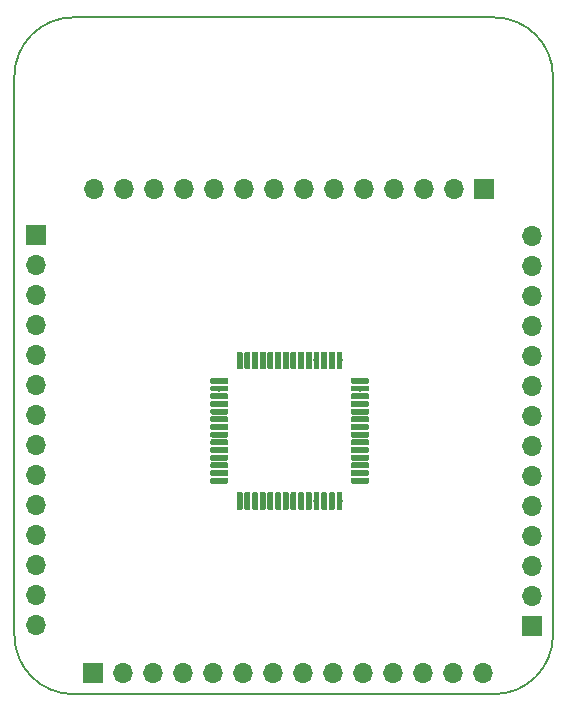
<source format=gbr>
G04 #@! TF.GenerationSoftware,KiCad,Pcbnew,5.1.4-e60b266~84~ubuntu19.04.1*
G04 #@! TF.CreationDate,2019-08-10T13:04:58+03:00*
G04 #@! TF.ProjectId,BRK-QFP-56-10x10-P0.65,42524b2d-5146-4502-9d35-362d31307831,v1.0*
G04 #@! TF.SameCoordinates,Original*
G04 #@! TF.FileFunction,Soldermask,Top*
G04 #@! TF.FilePolarity,Negative*
%FSLAX46Y46*%
G04 Gerber Fmt 4.6, Leading zero omitted, Abs format (unit mm)*
G04 Created by KiCad (PCBNEW 5.1.4-e60b266~84~ubuntu19.04.1) date 2019-08-10 13:04:58*
%MOMM*%
%LPD*%
G04 APERTURE LIST*
%ADD10C,0.150000*%
%ADD11C,0.100000*%
%ADD12C,0.500000*%
%ADD13R,1.700000X1.700000*%
%ADD14O,1.700000X1.700000*%
G04 APERTURE END LIST*
D10*
X76400000Y-27600000D02*
G75*
G02X81400000Y-32600000I0J-5000000D01*
G01*
X35800000Y-32600000D02*
G75*
G02X40800000Y-27600000I5000000J0D01*
G01*
X81400000Y-79900000D02*
G75*
G02X76400000Y-84900000I-5000000J0D01*
G01*
X40800000Y-84900000D02*
G75*
G02X35800000Y-79900000I0J5000000D01*
G01*
X76400000Y-84900000D02*
X40800000Y-84900000D01*
X81400000Y-32600000D02*
X81400000Y-79900000D01*
X40800000Y-27600000D02*
X76400000Y-27600000D01*
X35800000Y-79900000D02*
X35800000Y-32600000D01*
D11*
G36*
X55012252Y-55900602D02*
G01*
X55024386Y-55902402D01*
X55036286Y-55905382D01*
X55047835Y-55909515D01*
X55058925Y-55914760D01*
X55069446Y-55921066D01*
X55079299Y-55928374D01*
X55088388Y-55936612D01*
X55096626Y-55945701D01*
X55103934Y-55955554D01*
X55110240Y-55966075D01*
X55115485Y-55977165D01*
X55119618Y-55988714D01*
X55122598Y-56000614D01*
X55124398Y-56012748D01*
X55125000Y-56025000D01*
X55125000Y-57275000D01*
X55124398Y-57287252D01*
X55122598Y-57299386D01*
X55119618Y-57311286D01*
X55115485Y-57322835D01*
X55110240Y-57333925D01*
X55103934Y-57344446D01*
X55096626Y-57354299D01*
X55088388Y-57363388D01*
X55079299Y-57371626D01*
X55069446Y-57378934D01*
X55058925Y-57385240D01*
X55047835Y-57390485D01*
X55036286Y-57394618D01*
X55024386Y-57397598D01*
X55012252Y-57399398D01*
X55000000Y-57400000D01*
X54750000Y-57400000D01*
X54737748Y-57399398D01*
X54725614Y-57397598D01*
X54713714Y-57394618D01*
X54702165Y-57390485D01*
X54691075Y-57385240D01*
X54680554Y-57378934D01*
X54670701Y-57371626D01*
X54661612Y-57363388D01*
X54653374Y-57354299D01*
X54646066Y-57344446D01*
X54639760Y-57333925D01*
X54634515Y-57322835D01*
X54630382Y-57311286D01*
X54627402Y-57299386D01*
X54625602Y-57287252D01*
X54625000Y-57275000D01*
X54625000Y-56025000D01*
X54625602Y-56012748D01*
X54627402Y-56000614D01*
X54630382Y-55988714D01*
X54634515Y-55977165D01*
X54639760Y-55966075D01*
X54646066Y-55955554D01*
X54653374Y-55945701D01*
X54661612Y-55936612D01*
X54670701Y-55928374D01*
X54680554Y-55921066D01*
X54691075Y-55914760D01*
X54702165Y-55909515D01*
X54713714Y-55905382D01*
X54725614Y-55902402D01*
X54737748Y-55900602D01*
X54750000Y-55900000D01*
X55000000Y-55900000D01*
X55012252Y-55900602D01*
X55012252Y-55900602D01*
G37*
D12*
X54875000Y-56650000D03*
D11*
G36*
X55662252Y-55900602D02*
G01*
X55674386Y-55902402D01*
X55686286Y-55905382D01*
X55697835Y-55909515D01*
X55708925Y-55914760D01*
X55719446Y-55921066D01*
X55729299Y-55928374D01*
X55738388Y-55936612D01*
X55746626Y-55945701D01*
X55753934Y-55955554D01*
X55760240Y-55966075D01*
X55765485Y-55977165D01*
X55769618Y-55988714D01*
X55772598Y-56000614D01*
X55774398Y-56012748D01*
X55775000Y-56025000D01*
X55775000Y-57275000D01*
X55774398Y-57287252D01*
X55772598Y-57299386D01*
X55769618Y-57311286D01*
X55765485Y-57322835D01*
X55760240Y-57333925D01*
X55753934Y-57344446D01*
X55746626Y-57354299D01*
X55738388Y-57363388D01*
X55729299Y-57371626D01*
X55719446Y-57378934D01*
X55708925Y-57385240D01*
X55697835Y-57390485D01*
X55686286Y-57394618D01*
X55674386Y-57397598D01*
X55662252Y-57399398D01*
X55650000Y-57400000D01*
X55400000Y-57400000D01*
X55387748Y-57399398D01*
X55375614Y-57397598D01*
X55363714Y-57394618D01*
X55352165Y-57390485D01*
X55341075Y-57385240D01*
X55330554Y-57378934D01*
X55320701Y-57371626D01*
X55311612Y-57363388D01*
X55303374Y-57354299D01*
X55296066Y-57344446D01*
X55289760Y-57333925D01*
X55284515Y-57322835D01*
X55280382Y-57311286D01*
X55277402Y-57299386D01*
X55275602Y-57287252D01*
X55275000Y-57275000D01*
X55275000Y-56025000D01*
X55275602Y-56012748D01*
X55277402Y-56000614D01*
X55280382Y-55988714D01*
X55284515Y-55977165D01*
X55289760Y-55966075D01*
X55296066Y-55955554D01*
X55303374Y-55945701D01*
X55311612Y-55936612D01*
X55320701Y-55928374D01*
X55330554Y-55921066D01*
X55341075Y-55914760D01*
X55352165Y-55909515D01*
X55363714Y-55905382D01*
X55375614Y-55902402D01*
X55387748Y-55900602D01*
X55400000Y-55900000D01*
X55650000Y-55900000D01*
X55662252Y-55900602D01*
X55662252Y-55900602D01*
G37*
D12*
X55525000Y-56650000D03*
D11*
G36*
X56312252Y-55900602D02*
G01*
X56324386Y-55902402D01*
X56336286Y-55905382D01*
X56347835Y-55909515D01*
X56358925Y-55914760D01*
X56369446Y-55921066D01*
X56379299Y-55928374D01*
X56388388Y-55936612D01*
X56396626Y-55945701D01*
X56403934Y-55955554D01*
X56410240Y-55966075D01*
X56415485Y-55977165D01*
X56419618Y-55988714D01*
X56422598Y-56000614D01*
X56424398Y-56012748D01*
X56425000Y-56025000D01*
X56425000Y-57275000D01*
X56424398Y-57287252D01*
X56422598Y-57299386D01*
X56419618Y-57311286D01*
X56415485Y-57322835D01*
X56410240Y-57333925D01*
X56403934Y-57344446D01*
X56396626Y-57354299D01*
X56388388Y-57363388D01*
X56379299Y-57371626D01*
X56369446Y-57378934D01*
X56358925Y-57385240D01*
X56347835Y-57390485D01*
X56336286Y-57394618D01*
X56324386Y-57397598D01*
X56312252Y-57399398D01*
X56300000Y-57400000D01*
X56050000Y-57400000D01*
X56037748Y-57399398D01*
X56025614Y-57397598D01*
X56013714Y-57394618D01*
X56002165Y-57390485D01*
X55991075Y-57385240D01*
X55980554Y-57378934D01*
X55970701Y-57371626D01*
X55961612Y-57363388D01*
X55953374Y-57354299D01*
X55946066Y-57344446D01*
X55939760Y-57333925D01*
X55934515Y-57322835D01*
X55930382Y-57311286D01*
X55927402Y-57299386D01*
X55925602Y-57287252D01*
X55925000Y-57275000D01*
X55925000Y-56025000D01*
X55925602Y-56012748D01*
X55927402Y-56000614D01*
X55930382Y-55988714D01*
X55934515Y-55977165D01*
X55939760Y-55966075D01*
X55946066Y-55955554D01*
X55953374Y-55945701D01*
X55961612Y-55936612D01*
X55970701Y-55928374D01*
X55980554Y-55921066D01*
X55991075Y-55914760D01*
X56002165Y-55909515D01*
X56013714Y-55905382D01*
X56025614Y-55902402D01*
X56037748Y-55900602D01*
X56050000Y-55900000D01*
X56300000Y-55900000D01*
X56312252Y-55900602D01*
X56312252Y-55900602D01*
G37*
D12*
X56175000Y-56650000D03*
D11*
G36*
X56962252Y-55900602D02*
G01*
X56974386Y-55902402D01*
X56986286Y-55905382D01*
X56997835Y-55909515D01*
X57008925Y-55914760D01*
X57019446Y-55921066D01*
X57029299Y-55928374D01*
X57038388Y-55936612D01*
X57046626Y-55945701D01*
X57053934Y-55955554D01*
X57060240Y-55966075D01*
X57065485Y-55977165D01*
X57069618Y-55988714D01*
X57072598Y-56000614D01*
X57074398Y-56012748D01*
X57075000Y-56025000D01*
X57075000Y-57275000D01*
X57074398Y-57287252D01*
X57072598Y-57299386D01*
X57069618Y-57311286D01*
X57065485Y-57322835D01*
X57060240Y-57333925D01*
X57053934Y-57344446D01*
X57046626Y-57354299D01*
X57038388Y-57363388D01*
X57029299Y-57371626D01*
X57019446Y-57378934D01*
X57008925Y-57385240D01*
X56997835Y-57390485D01*
X56986286Y-57394618D01*
X56974386Y-57397598D01*
X56962252Y-57399398D01*
X56950000Y-57400000D01*
X56700000Y-57400000D01*
X56687748Y-57399398D01*
X56675614Y-57397598D01*
X56663714Y-57394618D01*
X56652165Y-57390485D01*
X56641075Y-57385240D01*
X56630554Y-57378934D01*
X56620701Y-57371626D01*
X56611612Y-57363388D01*
X56603374Y-57354299D01*
X56596066Y-57344446D01*
X56589760Y-57333925D01*
X56584515Y-57322835D01*
X56580382Y-57311286D01*
X56577402Y-57299386D01*
X56575602Y-57287252D01*
X56575000Y-57275000D01*
X56575000Y-56025000D01*
X56575602Y-56012748D01*
X56577402Y-56000614D01*
X56580382Y-55988714D01*
X56584515Y-55977165D01*
X56589760Y-55966075D01*
X56596066Y-55955554D01*
X56603374Y-55945701D01*
X56611612Y-55936612D01*
X56620701Y-55928374D01*
X56630554Y-55921066D01*
X56641075Y-55914760D01*
X56652165Y-55909515D01*
X56663714Y-55905382D01*
X56675614Y-55902402D01*
X56687748Y-55900602D01*
X56700000Y-55900000D01*
X56950000Y-55900000D01*
X56962252Y-55900602D01*
X56962252Y-55900602D01*
G37*
D12*
X56825000Y-56650000D03*
D11*
G36*
X57612252Y-55900602D02*
G01*
X57624386Y-55902402D01*
X57636286Y-55905382D01*
X57647835Y-55909515D01*
X57658925Y-55914760D01*
X57669446Y-55921066D01*
X57679299Y-55928374D01*
X57688388Y-55936612D01*
X57696626Y-55945701D01*
X57703934Y-55955554D01*
X57710240Y-55966075D01*
X57715485Y-55977165D01*
X57719618Y-55988714D01*
X57722598Y-56000614D01*
X57724398Y-56012748D01*
X57725000Y-56025000D01*
X57725000Y-57275000D01*
X57724398Y-57287252D01*
X57722598Y-57299386D01*
X57719618Y-57311286D01*
X57715485Y-57322835D01*
X57710240Y-57333925D01*
X57703934Y-57344446D01*
X57696626Y-57354299D01*
X57688388Y-57363388D01*
X57679299Y-57371626D01*
X57669446Y-57378934D01*
X57658925Y-57385240D01*
X57647835Y-57390485D01*
X57636286Y-57394618D01*
X57624386Y-57397598D01*
X57612252Y-57399398D01*
X57600000Y-57400000D01*
X57350000Y-57400000D01*
X57337748Y-57399398D01*
X57325614Y-57397598D01*
X57313714Y-57394618D01*
X57302165Y-57390485D01*
X57291075Y-57385240D01*
X57280554Y-57378934D01*
X57270701Y-57371626D01*
X57261612Y-57363388D01*
X57253374Y-57354299D01*
X57246066Y-57344446D01*
X57239760Y-57333925D01*
X57234515Y-57322835D01*
X57230382Y-57311286D01*
X57227402Y-57299386D01*
X57225602Y-57287252D01*
X57225000Y-57275000D01*
X57225000Y-56025000D01*
X57225602Y-56012748D01*
X57227402Y-56000614D01*
X57230382Y-55988714D01*
X57234515Y-55977165D01*
X57239760Y-55966075D01*
X57246066Y-55955554D01*
X57253374Y-55945701D01*
X57261612Y-55936612D01*
X57270701Y-55928374D01*
X57280554Y-55921066D01*
X57291075Y-55914760D01*
X57302165Y-55909515D01*
X57313714Y-55905382D01*
X57325614Y-55902402D01*
X57337748Y-55900602D01*
X57350000Y-55900000D01*
X57600000Y-55900000D01*
X57612252Y-55900602D01*
X57612252Y-55900602D01*
G37*
D12*
X57475000Y-56650000D03*
D11*
G36*
X58262252Y-55900602D02*
G01*
X58274386Y-55902402D01*
X58286286Y-55905382D01*
X58297835Y-55909515D01*
X58308925Y-55914760D01*
X58319446Y-55921066D01*
X58329299Y-55928374D01*
X58338388Y-55936612D01*
X58346626Y-55945701D01*
X58353934Y-55955554D01*
X58360240Y-55966075D01*
X58365485Y-55977165D01*
X58369618Y-55988714D01*
X58372598Y-56000614D01*
X58374398Y-56012748D01*
X58375000Y-56025000D01*
X58375000Y-57275000D01*
X58374398Y-57287252D01*
X58372598Y-57299386D01*
X58369618Y-57311286D01*
X58365485Y-57322835D01*
X58360240Y-57333925D01*
X58353934Y-57344446D01*
X58346626Y-57354299D01*
X58338388Y-57363388D01*
X58329299Y-57371626D01*
X58319446Y-57378934D01*
X58308925Y-57385240D01*
X58297835Y-57390485D01*
X58286286Y-57394618D01*
X58274386Y-57397598D01*
X58262252Y-57399398D01*
X58250000Y-57400000D01*
X58000000Y-57400000D01*
X57987748Y-57399398D01*
X57975614Y-57397598D01*
X57963714Y-57394618D01*
X57952165Y-57390485D01*
X57941075Y-57385240D01*
X57930554Y-57378934D01*
X57920701Y-57371626D01*
X57911612Y-57363388D01*
X57903374Y-57354299D01*
X57896066Y-57344446D01*
X57889760Y-57333925D01*
X57884515Y-57322835D01*
X57880382Y-57311286D01*
X57877402Y-57299386D01*
X57875602Y-57287252D01*
X57875000Y-57275000D01*
X57875000Y-56025000D01*
X57875602Y-56012748D01*
X57877402Y-56000614D01*
X57880382Y-55988714D01*
X57884515Y-55977165D01*
X57889760Y-55966075D01*
X57896066Y-55955554D01*
X57903374Y-55945701D01*
X57911612Y-55936612D01*
X57920701Y-55928374D01*
X57930554Y-55921066D01*
X57941075Y-55914760D01*
X57952165Y-55909515D01*
X57963714Y-55905382D01*
X57975614Y-55902402D01*
X57987748Y-55900602D01*
X58000000Y-55900000D01*
X58250000Y-55900000D01*
X58262252Y-55900602D01*
X58262252Y-55900602D01*
G37*
D12*
X58125000Y-56650000D03*
D11*
G36*
X58912252Y-55900602D02*
G01*
X58924386Y-55902402D01*
X58936286Y-55905382D01*
X58947835Y-55909515D01*
X58958925Y-55914760D01*
X58969446Y-55921066D01*
X58979299Y-55928374D01*
X58988388Y-55936612D01*
X58996626Y-55945701D01*
X59003934Y-55955554D01*
X59010240Y-55966075D01*
X59015485Y-55977165D01*
X59019618Y-55988714D01*
X59022598Y-56000614D01*
X59024398Y-56012748D01*
X59025000Y-56025000D01*
X59025000Y-57275000D01*
X59024398Y-57287252D01*
X59022598Y-57299386D01*
X59019618Y-57311286D01*
X59015485Y-57322835D01*
X59010240Y-57333925D01*
X59003934Y-57344446D01*
X58996626Y-57354299D01*
X58988388Y-57363388D01*
X58979299Y-57371626D01*
X58969446Y-57378934D01*
X58958925Y-57385240D01*
X58947835Y-57390485D01*
X58936286Y-57394618D01*
X58924386Y-57397598D01*
X58912252Y-57399398D01*
X58900000Y-57400000D01*
X58650000Y-57400000D01*
X58637748Y-57399398D01*
X58625614Y-57397598D01*
X58613714Y-57394618D01*
X58602165Y-57390485D01*
X58591075Y-57385240D01*
X58580554Y-57378934D01*
X58570701Y-57371626D01*
X58561612Y-57363388D01*
X58553374Y-57354299D01*
X58546066Y-57344446D01*
X58539760Y-57333925D01*
X58534515Y-57322835D01*
X58530382Y-57311286D01*
X58527402Y-57299386D01*
X58525602Y-57287252D01*
X58525000Y-57275000D01*
X58525000Y-56025000D01*
X58525602Y-56012748D01*
X58527402Y-56000614D01*
X58530382Y-55988714D01*
X58534515Y-55977165D01*
X58539760Y-55966075D01*
X58546066Y-55955554D01*
X58553374Y-55945701D01*
X58561612Y-55936612D01*
X58570701Y-55928374D01*
X58580554Y-55921066D01*
X58591075Y-55914760D01*
X58602165Y-55909515D01*
X58613714Y-55905382D01*
X58625614Y-55902402D01*
X58637748Y-55900602D01*
X58650000Y-55900000D01*
X58900000Y-55900000D01*
X58912252Y-55900602D01*
X58912252Y-55900602D01*
G37*
D12*
X58775000Y-56650000D03*
D11*
G36*
X59562252Y-55900602D02*
G01*
X59574386Y-55902402D01*
X59586286Y-55905382D01*
X59597835Y-55909515D01*
X59608925Y-55914760D01*
X59619446Y-55921066D01*
X59629299Y-55928374D01*
X59638388Y-55936612D01*
X59646626Y-55945701D01*
X59653934Y-55955554D01*
X59660240Y-55966075D01*
X59665485Y-55977165D01*
X59669618Y-55988714D01*
X59672598Y-56000614D01*
X59674398Y-56012748D01*
X59675000Y-56025000D01*
X59675000Y-57275000D01*
X59674398Y-57287252D01*
X59672598Y-57299386D01*
X59669618Y-57311286D01*
X59665485Y-57322835D01*
X59660240Y-57333925D01*
X59653934Y-57344446D01*
X59646626Y-57354299D01*
X59638388Y-57363388D01*
X59629299Y-57371626D01*
X59619446Y-57378934D01*
X59608925Y-57385240D01*
X59597835Y-57390485D01*
X59586286Y-57394618D01*
X59574386Y-57397598D01*
X59562252Y-57399398D01*
X59550000Y-57400000D01*
X59300000Y-57400000D01*
X59287748Y-57399398D01*
X59275614Y-57397598D01*
X59263714Y-57394618D01*
X59252165Y-57390485D01*
X59241075Y-57385240D01*
X59230554Y-57378934D01*
X59220701Y-57371626D01*
X59211612Y-57363388D01*
X59203374Y-57354299D01*
X59196066Y-57344446D01*
X59189760Y-57333925D01*
X59184515Y-57322835D01*
X59180382Y-57311286D01*
X59177402Y-57299386D01*
X59175602Y-57287252D01*
X59175000Y-57275000D01*
X59175000Y-56025000D01*
X59175602Y-56012748D01*
X59177402Y-56000614D01*
X59180382Y-55988714D01*
X59184515Y-55977165D01*
X59189760Y-55966075D01*
X59196066Y-55955554D01*
X59203374Y-55945701D01*
X59211612Y-55936612D01*
X59220701Y-55928374D01*
X59230554Y-55921066D01*
X59241075Y-55914760D01*
X59252165Y-55909515D01*
X59263714Y-55905382D01*
X59275614Y-55902402D01*
X59287748Y-55900602D01*
X59300000Y-55900000D01*
X59550000Y-55900000D01*
X59562252Y-55900602D01*
X59562252Y-55900602D01*
G37*
D12*
X59425000Y-56650000D03*
D11*
G36*
X60212252Y-55900602D02*
G01*
X60224386Y-55902402D01*
X60236286Y-55905382D01*
X60247835Y-55909515D01*
X60258925Y-55914760D01*
X60269446Y-55921066D01*
X60279299Y-55928374D01*
X60288388Y-55936612D01*
X60296626Y-55945701D01*
X60303934Y-55955554D01*
X60310240Y-55966075D01*
X60315485Y-55977165D01*
X60319618Y-55988714D01*
X60322598Y-56000614D01*
X60324398Y-56012748D01*
X60325000Y-56025000D01*
X60325000Y-57275000D01*
X60324398Y-57287252D01*
X60322598Y-57299386D01*
X60319618Y-57311286D01*
X60315485Y-57322835D01*
X60310240Y-57333925D01*
X60303934Y-57344446D01*
X60296626Y-57354299D01*
X60288388Y-57363388D01*
X60279299Y-57371626D01*
X60269446Y-57378934D01*
X60258925Y-57385240D01*
X60247835Y-57390485D01*
X60236286Y-57394618D01*
X60224386Y-57397598D01*
X60212252Y-57399398D01*
X60200000Y-57400000D01*
X59950000Y-57400000D01*
X59937748Y-57399398D01*
X59925614Y-57397598D01*
X59913714Y-57394618D01*
X59902165Y-57390485D01*
X59891075Y-57385240D01*
X59880554Y-57378934D01*
X59870701Y-57371626D01*
X59861612Y-57363388D01*
X59853374Y-57354299D01*
X59846066Y-57344446D01*
X59839760Y-57333925D01*
X59834515Y-57322835D01*
X59830382Y-57311286D01*
X59827402Y-57299386D01*
X59825602Y-57287252D01*
X59825000Y-57275000D01*
X59825000Y-56025000D01*
X59825602Y-56012748D01*
X59827402Y-56000614D01*
X59830382Y-55988714D01*
X59834515Y-55977165D01*
X59839760Y-55966075D01*
X59846066Y-55955554D01*
X59853374Y-55945701D01*
X59861612Y-55936612D01*
X59870701Y-55928374D01*
X59880554Y-55921066D01*
X59891075Y-55914760D01*
X59902165Y-55909515D01*
X59913714Y-55905382D01*
X59925614Y-55902402D01*
X59937748Y-55900602D01*
X59950000Y-55900000D01*
X60200000Y-55900000D01*
X60212252Y-55900602D01*
X60212252Y-55900602D01*
G37*
D12*
X60075000Y-56650000D03*
D11*
G36*
X60862252Y-55900602D02*
G01*
X60874386Y-55902402D01*
X60886286Y-55905382D01*
X60897835Y-55909515D01*
X60908925Y-55914760D01*
X60919446Y-55921066D01*
X60929299Y-55928374D01*
X60938388Y-55936612D01*
X60946626Y-55945701D01*
X60953934Y-55955554D01*
X60960240Y-55966075D01*
X60965485Y-55977165D01*
X60969618Y-55988714D01*
X60972598Y-56000614D01*
X60974398Y-56012748D01*
X60975000Y-56025000D01*
X60975000Y-57275000D01*
X60974398Y-57287252D01*
X60972598Y-57299386D01*
X60969618Y-57311286D01*
X60965485Y-57322835D01*
X60960240Y-57333925D01*
X60953934Y-57344446D01*
X60946626Y-57354299D01*
X60938388Y-57363388D01*
X60929299Y-57371626D01*
X60919446Y-57378934D01*
X60908925Y-57385240D01*
X60897835Y-57390485D01*
X60886286Y-57394618D01*
X60874386Y-57397598D01*
X60862252Y-57399398D01*
X60850000Y-57400000D01*
X60600000Y-57400000D01*
X60587748Y-57399398D01*
X60575614Y-57397598D01*
X60563714Y-57394618D01*
X60552165Y-57390485D01*
X60541075Y-57385240D01*
X60530554Y-57378934D01*
X60520701Y-57371626D01*
X60511612Y-57363388D01*
X60503374Y-57354299D01*
X60496066Y-57344446D01*
X60489760Y-57333925D01*
X60484515Y-57322835D01*
X60480382Y-57311286D01*
X60477402Y-57299386D01*
X60475602Y-57287252D01*
X60475000Y-57275000D01*
X60475000Y-56025000D01*
X60475602Y-56012748D01*
X60477402Y-56000614D01*
X60480382Y-55988714D01*
X60484515Y-55977165D01*
X60489760Y-55966075D01*
X60496066Y-55955554D01*
X60503374Y-55945701D01*
X60511612Y-55936612D01*
X60520701Y-55928374D01*
X60530554Y-55921066D01*
X60541075Y-55914760D01*
X60552165Y-55909515D01*
X60563714Y-55905382D01*
X60575614Y-55902402D01*
X60587748Y-55900602D01*
X60600000Y-55900000D01*
X60850000Y-55900000D01*
X60862252Y-55900602D01*
X60862252Y-55900602D01*
G37*
D12*
X60725000Y-56650000D03*
D11*
G36*
X61512252Y-55900602D02*
G01*
X61524386Y-55902402D01*
X61536286Y-55905382D01*
X61547835Y-55909515D01*
X61558925Y-55914760D01*
X61569446Y-55921066D01*
X61579299Y-55928374D01*
X61588388Y-55936612D01*
X61596626Y-55945701D01*
X61603934Y-55955554D01*
X61610240Y-55966075D01*
X61615485Y-55977165D01*
X61619618Y-55988714D01*
X61622598Y-56000614D01*
X61624398Y-56012748D01*
X61625000Y-56025000D01*
X61625000Y-57275000D01*
X61624398Y-57287252D01*
X61622598Y-57299386D01*
X61619618Y-57311286D01*
X61615485Y-57322835D01*
X61610240Y-57333925D01*
X61603934Y-57344446D01*
X61596626Y-57354299D01*
X61588388Y-57363388D01*
X61579299Y-57371626D01*
X61569446Y-57378934D01*
X61558925Y-57385240D01*
X61547835Y-57390485D01*
X61536286Y-57394618D01*
X61524386Y-57397598D01*
X61512252Y-57399398D01*
X61500000Y-57400000D01*
X61250000Y-57400000D01*
X61237748Y-57399398D01*
X61225614Y-57397598D01*
X61213714Y-57394618D01*
X61202165Y-57390485D01*
X61191075Y-57385240D01*
X61180554Y-57378934D01*
X61170701Y-57371626D01*
X61161612Y-57363388D01*
X61153374Y-57354299D01*
X61146066Y-57344446D01*
X61139760Y-57333925D01*
X61134515Y-57322835D01*
X61130382Y-57311286D01*
X61127402Y-57299386D01*
X61125602Y-57287252D01*
X61125000Y-57275000D01*
X61125000Y-56025000D01*
X61125602Y-56012748D01*
X61127402Y-56000614D01*
X61130382Y-55988714D01*
X61134515Y-55977165D01*
X61139760Y-55966075D01*
X61146066Y-55955554D01*
X61153374Y-55945701D01*
X61161612Y-55936612D01*
X61170701Y-55928374D01*
X61180554Y-55921066D01*
X61191075Y-55914760D01*
X61202165Y-55909515D01*
X61213714Y-55905382D01*
X61225614Y-55902402D01*
X61237748Y-55900602D01*
X61250000Y-55900000D01*
X61500000Y-55900000D01*
X61512252Y-55900602D01*
X61512252Y-55900602D01*
G37*
D12*
X61375000Y-56650000D03*
D11*
G36*
X62162252Y-55900602D02*
G01*
X62174386Y-55902402D01*
X62186286Y-55905382D01*
X62197835Y-55909515D01*
X62208925Y-55914760D01*
X62219446Y-55921066D01*
X62229299Y-55928374D01*
X62238388Y-55936612D01*
X62246626Y-55945701D01*
X62253934Y-55955554D01*
X62260240Y-55966075D01*
X62265485Y-55977165D01*
X62269618Y-55988714D01*
X62272598Y-56000614D01*
X62274398Y-56012748D01*
X62275000Y-56025000D01*
X62275000Y-57275000D01*
X62274398Y-57287252D01*
X62272598Y-57299386D01*
X62269618Y-57311286D01*
X62265485Y-57322835D01*
X62260240Y-57333925D01*
X62253934Y-57344446D01*
X62246626Y-57354299D01*
X62238388Y-57363388D01*
X62229299Y-57371626D01*
X62219446Y-57378934D01*
X62208925Y-57385240D01*
X62197835Y-57390485D01*
X62186286Y-57394618D01*
X62174386Y-57397598D01*
X62162252Y-57399398D01*
X62150000Y-57400000D01*
X61900000Y-57400000D01*
X61887748Y-57399398D01*
X61875614Y-57397598D01*
X61863714Y-57394618D01*
X61852165Y-57390485D01*
X61841075Y-57385240D01*
X61830554Y-57378934D01*
X61820701Y-57371626D01*
X61811612Y-57363388D01*
X61803374Y-57354299D01*
X61796066Y-57344446D01*
X61789760Y-57333925D01*
X61784515Y-57322835D01*
X61780382Y-57311286D01*
X61777402Y-57299386D01*
X61775602Y-57287252D01*
X61775000Y-57275000D01*
X61775000Y-56025000D01*
X61775602Y-56012748D01*
X61777402Y-56000614D01*
X61780382Y-55988714D01*
X61784515Y-55977165D01*
X61789760Y-55966075D01*
X61796066Y-55955554D01*
X61803374Y-55945701D01*
X61811612Y-55936612D01*
X61820701Y-55928374D01*
X61830554Y-55921066D01*
X61841075Y-55914760D01*
X61852165Y-55909515D01*
X61863714Y-55905382D01*
X61875614Y-55902402D01*
X61887748Y-55900602D01*
X61900000Y-55900000D01*
X62150000Y-55900000D01*
X62162252Y-55900602D01*
X62162252Y-55900602D01*
G37*
D12*
X62025000Y-56650000D03*
D11*
G36*
X62812252Y-55900602D02*
G01*
X62824386Y-55902402D01*
X62836286Y-55905382D01*
X62847835Y-55909515D01*
X62858925Y-55914760D01*
X62869446Y-55921066D01*
X62879299Y-55928374D01*
X62888388Y-55936612D01*
X62896626Y-55945701D01*
X62903934Y-55955554D01*
X62910240Y-55966075D01*
X62915485Y-55977165D01*
X62919618Y-55988714D01*
X62922598Y-56000614D01*
X62924398Y-56012748D01*
X62925000Y-56025000D01*
X62925000Y-57275000D01*
X62924398Y-57287252D01*
X62922598Y-57299386D01*
X62919618Y-57311286D01*
X62915485Y-57322835D01*
X62910240Y-57333925D01*
X62903934Y-57344446D01*
X62896626Y-57354299D01*
X62888388Y-57363388D01*
X62879299Y-57371626D01*
X62869446Y-57378934D01*
X62858925Y-57385240D01*
X62847835Y-57390485D01*
X62836286Y-57394618D01*
X62824386Y-57397598D01*
X62812252Y-57399398D01*
X62800000Y-57400000D01*
X62550000Y-57400000D01*
X62537748Y-57399398D01*
X62525614Y-57397598D01*
X62513714Y-57394618D01*
X62502165Y-57390485D01*
X62491075Y-57385240D01*
X62480554Y-57378934D01*
X62470701Y-57371626D01*
X62461612Y-57363388D01*
X62453374Y-57354299D01*
X62446066Y-57344446D01*
X62439760Y-57333925D01*
X62434515Y-57322835D01*
X62430382Y-57311286D01*
X62427402Y-57299386D01*
X62425602Y-57287252D01*
X62425000Y-57275000D01*
X62425000Y-56025000D01*
X62425602Y-56012748D01*
X62427402Y-56000614D01*
X62430382Y-55988714D01*
X62434515Y-55977165D01*
X62439760Y-55966075D01*
X62446066Y-55955554D01*
X62453374Y-55945701D01*
X62461612Y-55936612D01*
X62470701Y-55928374D01*
X62480554Y-55921066D01*
X62491075Y-55914760D01*
X62502165Y-55909515D01*
X62513714Y-55905382D01*
X62525614Y-55902402D01*
X62537748Y-55900602D01*
X62550000Y-55900000D01*
X62800000Y-55900000D01*
X62812252Y-55900602D01*
X62812252Y-55900602D01*
G37*
D12*
X62675000Y-56650000D03*
D11*
G36*
X63462252Y-55900602D02*
G01*
X63474386Y-55902402D01*
X63486286Y-55905382D01*
X63497835Y-55909515D01*
X63508925Y-55914760D01*
X63519446Y-55921066D01*
X63529299Y-55928374D01*
X63538388Y-55936612D01*
X63546626Y-55945701D01*
X63553934Y-55955554D01*
X63560240Y-55966075D01*
X63565485Y-55977165D01*
X63569618Y-55988714D01*
X63572598Y-56000614D01*
X63574398Y-56012748D01*
X63575000Y-56025000D01*
X63575000Y-57275000D01*
X63574398Y-57287252D01*
X63572598Y-57299386D01*
X63569618Y-57311286D01*
X63565485Y-57322835D01*
X63560240Y-57333925D01*
X63553934Y-57344446D01*
X63546626Y-57354299D01*
X63538388Y-57363388D01*
X63529299Y-57371626D01*
X63519446Y-57378934D01*
X63508925Y-57385240D01*
X63497835Y-57390485D01*
X63486286Y-57394618D01*
X63474386Y-57397598D01*
X63462252Y-57399398D01*
X63450000Y-57400000D01*
X63200000Y-57400000D01*
X63187748Y-57399398D01*
X63175614Y-57397598D01*
X63163714Y-57394618D01*
X63152165Y-57390485D01*
X63141075Y-57385240D01*
X63130554Y-57378934D01*
X63120701Y-57371626D01*
X63111612Y-57363388D01*
X63103374Y-57354299D01*
X63096066Y-57344446D01*
X63089760Y-57333925D01*
X63084515Y-57322835D01*
X63080382Y-57311286D01*
X63077402Y-57299386D01*
X63075602Y-57287252D01*
X63075000Y-57275000D01*
X63075000Y-56025000D01*
X63075602Y-56012748D01*
X63077402Y-56000614D01*
X63080382Y-55988714D01*
X63084515Y-55977165D01*
X63089760Y-55966075D01*
X63096066Y-55955554D01*
X63103374Y-55945701D01*
X63111612Y-55936612D01*
X63120701Y-55928374D01*
X63130554Y-55921066D01*
X63141075Y-55914760D01*
X63152165Y-55909515D01*
X63163714Y-55905382D01*
X63175614Y-55902402D01*
X63187748Y-55900602D01*
X63200000Y-55900000D01*
X63450000Y-55900000D01*
X63462252Y-55900602D01*
X63462252Y-55900602D01*
G37*
D12*
X63325000Y-56650000D03*
D11*
G36*
X65687252Y-58125602D02*
G01*
X65699386Y-58127402D01*
X65711286Y-58130382D01*
X65722835Y-58134515D01*
X65733925Y-58139760D01*
X65744446Y-58146066D01*
X65754299Y-58153374D01*
X65763388Y-58161612D01*
X65771626Y-58170701D01*
X65778934Y-58180554D01*
X65785240Y-58191075D01*
X65790485Y-58202165D01*
X65794618Y-58213714D01*
X65797598Y-58225614D01*
X65799398Y-58237748D01*
X65800000Y-58250000D01*
X65800000Y-58500000D01*
X65799398Y-58512252D01*
X65797598Y-58524386D01*
X65794618Y-58536286D01*
X65790485Y-58547835D01*
X65785240Y-58558925D01*
X65778934Y-58569446D01*
X65771626Y-58579299D01*
X65763388Y-58588388D01*
X65754299Y-58596626D01*
X65744446Y-58603934D01*
X65733925Y-58610240D01*
X65722835Y-58615485D01*
X65711286Y-58619618D01*
X65699386Y-58622598D01*
X65687252Y-58624398D01*
X65675000Y-58625000D01*
X64425000Y-58625000D01*
X64412748Y-58624398D01*
X64400614Y-58622598D01*
X64388714Y-58619618D01*
X64377165Y-58615485D01*
X64366075Y-58610240D01*
X64355554Y-58603934D01*
X64345701Y-58596626D01*
X64336612Y-58588388D01*
X64328374Y-58579299D01*
X64321066Y-58569446D01*
X64314760Y-58558925D01*
X64309515Y-58547835D01*
X64305382Y-58536286D01*
X64302402Y-58524386D01*
X64300602Y-58512252D01*
X64300000Y-58500000D01*
X64300000Y-58250000D01*
X64300602Y-58237748D01*
X64302402Y-58225614D01*
X64305382Y-58213714D01*
X64309515Y-58202165D01*
X64314760Y-58191075D01*
X64321066Y-58180554D01*
X64328374Y-58170701D01*
X64336612Y-58161612D01*
X64345701Y-58153374D01*
X64355554Y-58146066D01*
X64366075Y-58139760D01*
X64377165Y-58134515D01*
X64388714Y-58130382D01*
X64400614Y-58127402D01*
X64412748Y-58125602D01*
X64425000Y-58125000D01*
X65675000Y-58125000D01*
X65687252Y-58125602D01*
X65687252Y-58125602D01*
G37*
D12*
X65050000Y-58375000D03*
D11*
G36*
X65687252Y-58775602D02*
G01*
X65699386Y-58777402D01*
X65711286Y-58780382D01*
X65722835Y-58784515D01*
X65733925Y-58789760D01*
X65744446Y-58796066D01*
X65754299Y-58803374D01*
X65763388Y-58811612D01*
X65771626Y-58820701D01*
X65778934Y-58830554D01*
X65785240Y-58841075D01*
X65790485Y-58852165D01*
X65794618Y-58863714D01*
X65797598Y-58875614D01*
X65799398Y-58887748D01*
X65800000Y-58900000D01*
X65800000Y-59150000D01*
X65799398Y-59162252D01*
X65797598Y-59174386D01*
X65794618Y-59186286D01*
X65790485Y-59197835D01*
X65785240Y-59208925D01*
X65778934Y-59219446D01*
X65771626Y-59229299D01*
X65763388Y-59238388D01*
X65754299Y-59246626D01*
X65744446Y-59253934D01*
X65733925Y-59260240D01*
X65722835Y-59265485D01*
X65711286Y-59269618D01*
X65699386Y-59272598D01*
X65687252Y-59274398D01*
X65675000Y-59275000D01*
X64425000Y-59275000D01*
X64412748Y-59274398D01*
X64400614Y-59272598D01*
X64388714Y-59269618D01*
X64377165Y-59265485D01*
X64366075Y-59260240D01*
X64355554Y-59253934D01*
X64345701Y-59246626D01*
X64336612Y-59238388D01*
X64328374Y-59229299D01*
X64321066Y-59219446D01*
X64314760Y-59208925D01*
X64309515Y-59197835D01*
X64305382Y-59186286D01*
X64302402Y-59174386D01*
X64300602Y-59162252D01*
X64300000Y-59150000D01*
X64300000Y-58900000D01*
X64300602Y-58887748D01*
X64302402Y-58875614D01*
X64305382Y-58863714D01*
X64309515Y-58852165D01*
X64314760Y-58841075D01*
X64321066Y-58830554D01*
X64328374Y-58820701D01*
X64336612Y-58811612D01*
X64345701Y-58803374D01*
X64355554Y-58796066D01*
X64366075Y-58789760D01*
X64377165Y-58784515D01*
X64388714Y-58780382D01*
X64400614Y-58777402D01*
X64412748Y-58775602D01*
X64425000Y-58775000D01*
X65675000Y-58775000D01*
X65687252Y-58775602D01*
X65687252Y-58775602D01*
G37*
D12*
X65050000Y-59025000D03*
D11*
G36*
X65687252Y-59425602D02*
G01*
X65699386Y-59427402D01*
X65711286Y-59430382D01*
X65722835Y-59434515D01*
X65733925Y-59439760D01*
X65744446Y-59446066D01*
X65754299Y-59453374D01*
X65763388Y-59461612D01*
X65771626Y-59470701D01*
X65778934Y-59480554D01*
X65785240Y-59491075D01*
X65790485Y-59502165D01*
X65794618Y-59513714D01*
X65797598Y-59525614D01*
X65799398Y-59537748D01*
X65800000Y-59550000D01*
X65800000Y-59800000D01*
X65799398Y-59812252D01*
X65797598Y-59824386D01*
X65794618Y-59836286D01*
X65790485Y-59847835D01*
X65785240Y-59858925D01*
X65778934Y-59869446D01*
X65771626Y-59879299D01*
X65763388Y-59888388D01*
X65754299Y-59896626D01*
X65744446Y-59903934D01*
X65733925Y-59910240D01*
X65722835Y-59915485D01*
X65711286Y-59919618D01*
X65699386Y-59922598D01*
X65687252Y-59924398D01*
X65675000Y-59925000D01*
X64425000Y-59925000D01*
X64412748Y-59924398D01*
X64400614Y-59922598D01*
X64388714Y-59919618D01*
X64377165Y-59915485D01*
X64366075Y-59910240D01*
X64355554Y-59903934D01*
X64345701Y-59896626D01*
X64336612Y-59888388D01*
X64328374Y-59879299D01*
X64321066Y-59869446D01*
X64314760Y-59858925D01*
X64309515Y-59847835D01*
X64305382Y-59836286D01*
X64302402Y-59824386D01*
X64300602Y-59812252D01*
X64300000Y-59800000D01*
X64300000Y-59550000D01*
X64300602Y-59537748D01*
X64302402Y-59525614D01*
X64305382Y-59513714D01*
X64309515Y-59502165D01*
X64314760Y-59491075D01*
X64321066Y-59480554D01*
X64328374Y-59470701D01*
X64336612Y-59461612D01*
X64345701Y-59453374D01*
X64355554Y-59446066D01*
X64366075Y-59439760D01*
X64377165Y-59434515D01*
X64388714Y-59430382D01*
X64400614Y-59427402D01*
X64412748Y-59425602D01*
X64425000Y-59425000D01*
X65675000Y-59425000D01*
X65687252Y-59425602D01*
X65687252Y-59425602D01*
G37*
D12*
X65050000Y-59675000D03*
D11*
G36*
X65687252Y-60075602D02*
G01*
X65699386Y-60077402D01*
X65711286Y-60080382D01*
X65722835Y-60084515D01*
X65733925Y-60089760D01*
X65744446Y-60096066D01*
X65754299Y-60103374D01*
X65763388Y-60111612D01*
X65771626Y-60120701D01*
X65778934Y-60130554D01*
X65785240Y-60141075D01*
X65790485Y-60152165D01*
X65794618Y-60163714D01*
X65797598Y-60175614D01*
X65799398Y-60187748D01*
X65800000Y-60200000D01*
X65800000Y-60450000D01*
X65799398Y-60462252D01*
X65797598Y-60474386D01*
X65794618Y-60486286D01*
X65790485Y-60497835D01*
X65785240Y-60508925D01*
X65778934Y-60519446D01*
X65771626Y-60529299D01*
X65763388Y-60538388D01*
X65754299Y-60546626D01*
X65744446Y-60553934D01*
X65733925Y-60560240D01*
X65722835Y-60565485D01*
X65711286Y-60569618D01*
X65699386Y-60572598D01*
X65687252Y-60574398D01*
X65675000Y-60575000D01*
X64425000Y-60575000D01*
X64412748Y-60574398D01*
X64400614Y-60572598D01*
X64388714Y-60569618D01*
X64377165Y-60565485D01*
X64366075Y-60560240D01*
X64355554Y-60553934D01*
X64345701Y-60546626D01*
X64336612Y-60538388D01*
X64328374Y-60529299D01*
X64321066Y-60519446D01*
X64314760Y-60508925D01*
X64309515Y-60497835D01*
X64305382Y-60486286D01*
X64302402Y-60474386D01*
X64300602Y-60462252D01*
X64300000Y-60450000D01*
X64300000Y-60200000D01*
X64300602Y-60187748D01*
X64302402Y-60175614D01*
X64305382Y-60163714D01*
X64309515Y-60152165D01*
X64314760Y-60141075D01*
X64321066Y-60130554D01*
X64328374Y-60120701D01*
X64336612Y-60111612D01*
X64345701Y-60103374D01*
X64355554Y-60096066D01*
X64366075Y-60089760D01*
X64377165Y-60084515D01*
X64388714Y-60080382D01*
X64400614Y-60077402D01*
X64412748Y-60075602D01*
X64425000Y-60075000D01*
X65675000Y-60075000D01*
X65687252Y-60075602D01*
X65687252Y-60075602D01*
G37*
D12*
X65050000Y-60325000D03*
D11*
G36*
X65687252Y-60725602D02*
G01*
X65699386Y-60727402D01*
X65711286Y-60730382D01*
X65722835Y-60734515D01*
X65733925Y-60739760D01*
X65744446Y-60746066D01*
X65754299Y-60753374D01*
X65763388Y-60761612D01*
X65771626Y-60770701D01*
X65778934Y-60780554D01*
X65785240Y-60791075D01*
X65790485Y-60802165D01*
X65794618Y-60813714D01*
X65797598Y-60825614D01*
X65799398Y-60837748D01*
X65800000Y-60850000D01*
X65800000Y-61100000D01*
X65799398Y-61112252D01*
X65797598Y-61124386D01*
X65794618Y-61136286D01*
X65790485Y-61147835D01*
X65785240Y-61158925D01*
X65778934Y-61169446D01*
X65771626Y-61179299D01*
X65763388Y-61188388D01*
X65754299Y-61196626D01*
X65744446Y-61203934D01*
X65733925Y-61210240D01*
X65722835Y-61215485D01*
X65711286Y-61219618D01*
X65699386Y-61222598D01*
X65687252Y-61224398D01*
X65675000Y-61225000D01*
X64425000Y-61225000D01*
X64412748Y-61224398D01*
X64400614Y-61222598D01*
X64388714Y-61219618D01*
X64377165Y-61215485D01*
X64366075Y-61210240D01*
X64355554Y-61203934D01*
X64345701Y-61196626D01*
X64336612Y-61188388D01*
X64328374Y-61179299D01*
X64321066Y-61169446D01*
X64314760Y-61158925D01*
X64309515Y-61147835D01*
X64305382Y-61136286D01*
X64302402Y-61124386D01*
X64300602Y-61112252D01*
X64300000Y-61100000D01*
X64300000Y-60850000D01*
X64300602Y-60837748D01*
X64302402Y-60825614D01*
X64305382Y-60813714D01*
X64309515Y-60802165D01*
X64314760Y-60791075D01*
X64321066Y-60780554D01*
X64328374Y-60770701D01*
X64336612Y-60761612D01*
X64345701Y-60753374D01*
X64355554Y-60746066D01*
X64366075Y-60739760D01*
X64377165Y-60734515D01*
X64388714Y-60730382D01*
X64400614Y-60727402D01*
X64412748Y-60725602D01*
X64425000Y-60725000D01*
X65675000Y-60725000D01*
X65687252Y-60725602D01*
X65687252Y-60725602D01*
G37*
D12*
X65050000Y-60975000D03*
D11*
G36*
X65687252Y-61375602D02*
G01*
X65699386Y-61377402D01*
X65711286Y-61380382D01*
X65722835Y-61384515D01*
X65733925Y-61389760D01*
X65744446Y-61396066D01*
X65754299Y-61403374D01*
X65763388Y-61411612D01*
X65771626Y-61420701D01*
X65778934Y-61430554D01*
X65785240Y-61441075D01*
X65790485Y-61452165D01*
X65794618Y-61463714D01*
X65797598Y-61475614D01*
X65799398Y-61487748D01*
X65800000Y-61500000D01*
X65800000Y-61750000D01*
X65799398Y-61762252D01*
X65797598Y-61774386D01*
X65794618Y-61786286D01*
X65790485Y-61797835D01*
X65785240Y-61808925D01*
X65778934Y-61819446D01*
X65771626Y-61829299D01*
X65763388Y-61838388D01*
X65754299Y-61846626D01*
X65744446Y-61853934D01*
X65733925Y-61860240D01*
X65722835Y-61865485D01*
X65711286Y-61869618D01*
X65699386Y-61872598D01*
X65687252Y-61874398D01*
X65675000Y-61875000D01*
X64425000Y-61875000D01*
X64412748Y-61874398D01*
X64400614Y-61872598D01*
X64388714Y-61869618D01*
X64377165Y-61865485D01*
X64366075Y-61860240D01*
X64355554Y-61853934D01*
X64345701Y-61846626D01*
X64336612Y-61838388D01*
X64328374Y-61829299D01*
X64321066Y-61819446D01*
X64314760Y-61808925D01*
X64309515Y-61797835D01*
X64305382Y-61786286D01*
X64302402Y-61774386D01*
X64300602Y-61762252D01*
X64300000Y-61750000D01*
X64300000Y-61500000D01*
X64300602Y-61487748D01*
X64302402Y-61475614D01*
X64305382Y-61463714D01*
X64309515Y-61452165D01*
X64314760Y-61441075D01*
X64321066Y-61430554D01*
X64328374Y-61420701D01*
X64336612Y-61411612D01*
X64345701Y-61403374D01*
X64355554Y-61396066D01*
X64366075Y-61389760D01*
X64377165Y-61384515D01*
X64388714Y-61380382D01*
X64400614Y-61377402D01*
X64412748Y-61375602D01*
X64425000Y-61375000D01*
X65675000Y-61375000D01*
X65687252Y-61375602D01*
X65687252Y-61375602D01*
G37*
D12*
X65050000Y-61625000D03*
D11*
G36*
X65687252Y-62025602D02*
G01*
X65699386Y-62027402D01*
X65711286Y-62030382D01*
X65722835Y-62034515D01*
X65733925Y-62039760D01*
X65744446Y-62046066D01*
X65754299Y-62053374D01*
X65763388Y-62061612D01*
X65771626Y-62070701D01*
X65778934Y-62080554D01*
X65785240Y-62091075D01*
X65790485Y-62102165D01*
X65794618Y-62113714D01*
X65797598Y-62125614D01*
X65799398Y-62137748D01*
X65800000Y-62150000D01*
X65800000Y-62400000D01*
X65799398Y-62412252D01*
X65797598Y-62424386D01*
X65794618Y-62436286D01*
X65790485Y-62447835D01*
X65785240Y-62458925D01*
X65778934Y-62469446D01*
X65771626Y-62479299D01*
X65763388Y-62488388D01*
X65754299Y-62496626D01*
X65744446Y-62503934D01*
X65733925Y-62510240D01*
X65722835Y-62515485D01*
X65711286Y-62519618D01*
X65699386Y-62522598D01*
X65687252Y-62524398D01*
X65675000Y-62525000D01*
X64425000Y-62525000D01*
X64412748Y-62524398D01*
X64400614Y-62522598D01*
X64388714Y-62519618D01*
X64377165Y-62515485D01*
X64366075Y-62510240D01*
X64355554Y-62503934D01*
X64345701Y-62496626D01*
X64336612Y-62488388D01*
X64328374Y-62479299D01*
X64321066Y-62469446D01*
X64314760Y-62458925D01*
X64309515Y-62447835D01*
X64305382Y-62436286D01*
X64302402Y-62424386D01*
X64300602Y-62412252D01*
X64300000Y-62400000D01*
X64300000Y-62150000D01*
X64300602Y-62137748D01*
X64302402Y-62125614D01*
X64305382Y-62113714D01*
X64309515Y-62102165D01*
X64314760Y-62091075D01*
X64321066Y-62080554D01*
X64328374Y-62070701D01*
X64336612Y-62061612D01*
X64345701Y-62053374D01*
X64355554Y-62046066D01*
X64366075Y-62039760D01*
X64377165Y-62034515D01*
X64388714Y-62030382D01*
X64400614Y-62027402D01*
X64412748Y-62025602D01*
X64425000Y-62025000D01*
X65675000Y-62025000D01*
X65687252Y-62025602D01*
X65687252Y-62025602D01*
G37*
D12*
X65050000Y-62275000D03*
D11*
G36*
X65687252Y-62675602D02*
G01*
X65699386Y-62677402D01*
X65711286Y-62680382D01*
X65722835Y-62684515D01*
X65733925Y-62689760D01*
X65744446Y-62696066D01*
X65754299Y-62703374D01*
X65763388Y-62711612D01*
X65771626Y-62720701D01*
X65778934Y-62730554D01*
X65785240Y-62741075D01*
X65790485Y-62752165D01*
X65794618Y-62763714D01*
X65797598Y-62775614D01*
X65799398Y-62787748D01*
X65800000Y-62800000D01*
X65800000Y-63050000D01*
X65799398Y-63062252D01*
X65797598Y-63074386D01*
X65794618Y-63086286D01*
X65790485Y-63097835D01*
X65785240Y-63108925D01*
X65778934Y-63119446D01*
X65771626Y-63129299D01*
X65763388Y-63138388D01*
X65754299Y-63146626D01*
X65744446Y-63153934D01*
X65733925Y-63160240D01*
X65722835Y-63165485D01*
X65711286Y-63169618D01*
X65699386Y-63172598D01*
X65687252Y-63174398D01*
X65675000Y-63175000D01*
X64425000Y-63175000D01*
X64412748Y-63174398D01*
X64400614Y-63172598D01*
X64388714Y-63169618D01*
X64377165Y-63165485D01*
X64366075Y-63160240D01*
X64355554Y-63153934D01*
X64345701Y-63146626D01*
X64336612Y-63138388D01*
X64328374Y-63129299D01*
X64321066Y-63119446D01*
X64314760Y-63108925D01*
X64309515Y-63097835D01*
X64305382Y-63086286D01*
X64302402Y-63074386D01*
X64300602Y-63062252D01*
X64300000Y-63050000D01*
X64300000Y-62800000D01*
X64300602Y-62787748D01*
X64302402Y-62775614D01*
X64305382Y-62763714D01*
X64309515Y-62752165D01*
X64314760Y-62741075D01*
X64321066Y-62730554D01*
X64328374Y-62720701D01*
X64336612Y-62711612D01*
X64345701Y-62703374D01*
X64355554Y-62696066D01*
X64366075Y-62689760D01*
X64377165Y-62684515D01*
X64388714Y-62680382D01*
X64400614Y-62677402D01*
X64412748Y-62675602D01*
X64425000Y-62675000D01*
X65675000Y-62675000D01*
X65687252Y-62675602D01*
X65687252Y-62675602D01*
G37*
D12*
X65050000Y-62925000D03*
D11*
G36*
X65687252Y-63325602D02*
G01*
X65699386Y-63327402D01*
X65711286Y-63330382D01*
X65722835Y-63334515D01*
X65733925Y-63339760D01*
X65744446Y-63346066D01*
X65754299Y-63353374D01*
X65763388Y-63361612D01*
X65771626Y-63370701D01*
X65778934Y-63380554D01*
X65785240Y-63391075D01*
X65790485Y-63402165D01*
X65794618Y-63413714D01*
X65797598Y-63425614D01*
X65799398Y-63437748D01*
X65800000Y-63450000D01*
X65800000Y-63700000D01*
X65799398Y-63712252D01*
X65797598Y-63724386D01*
X65794618Y-63736286D01*
X65790485Y-63747835D01*
X65785240Y-63758925D01*
X65778934Y-63769446D01*
X65771626Y-63779299D01*
X65763388Y-63788388D01*
X65754299Y-63796626D01*
X65744446Y-63803934D01*
X65733925Y-63810240D01*
X65722835Y-63815485D01*
X65711286Y-63819618D01*
X65699386Y-63822598D01*
X65687252Y-63824398D01*
X65675000Y-63825000D01*
X64425000Y-63825000D01*
X64412748Y-63824398D01*
X64400614Y-63822598D01*
X64388714Y-63819618D01*
X64377165Y-63815485D01*
X64366075Y-63810240D01*
X64355554Y-63803934D01*
X64345701Y-63796626D01*
X64336612Y-63788388D01*
X64328374Y-63779299D01*
X64321066Y-63769446D01*
X64314760Y-63758925D01*
X64309515Y-63747835D01*
X64305382Y-63736286D01*
X64302402Y-63724386D01*
X64300602Y-63712252D01*
X64300000Y-63700000D01*
X64300000Y-63450000D01*
X64300602Y-63437748D01*
X64302402Y-63425614D01*
X64305382Y-63413714D01*
X64309515Y-63402165D01*
X64314760Y-63391075D01*
X64321066Y-63380554D01*
X64328374Y-63370701D01*
X64336612Y-63361612D01*
X64345701Y-63353374D01*
X64355554Y-63346066D01*
X64366075Y-63339760D01*
X64377165Y-63334515D01*
X64388714Y-63330382D01*
X64400614Y-63327402D01*
X64412748Y-63325602D01*
X64425000Y-63325000D01*
X65675000Y-63325000D01*
X65687252Y-63325602D01*
X65687252Y-63325602D01*
G37*
D12*
X65050000Y-63575000D03*
D11*
G36*
X65687252Y-63975602D02*
G01*
X65699386Y-63977402D01*
X65711286Y-63980382D01*
X65722835Y-63984515D01*
X65733925Y-63989760D01*
X65744446Y-63996066D01*
X65754299Y-64003374D01*
X65763388Y-64011612D01*
X65771626Y-64020701D01*
X65778934Y-64030554D01*
X65785240Y-64041075D01*
X65790485Y-64052165D01*
X65794618Y-64063714D01*
X65797598Y-64075614D01*
X65799398Y-64087748D01*
X65800000Y-64100000D01*
X65800000Y-64350000D01*
X65799398Y-64362252D01*
X65797598Y-64374386D01*
X65794618Y-64386286D01*
X65790485Y-64397835D01*
X65785240Y-64408925D01*
X65778934Y-64419446D01*
X65771626Y-64429299D01*
X65763388Y-64438388D01*
X65754299Y-64446626D01*
X65744446Y-64453934D01*
X65733925Y-64460240D01*
X65722835Y-64465485D01*
X65711286Y-64469618D01*
X65699386Y-64472598D01*
X65687252Y-64474398D01*
X65675000Y-64475000D01*
X64425000Y-64475000D01*
X64412748Y-64474398D01*
X64400614Y-64472598D01*
X64388714Y-64469618D01*
X64377165Y-64465485D01*
X64366075Y-64460240D01*
X64355554Y-64453934D01*
X64345701Y-64446626D01*
X64336612Y-64438388D01*
X64328374Y-64429299D01*
X64321066Y-64419446D01*
X64314760Y-64408925D01*
X64309515Y-64397835D01*
X64305382Y-64386286D01*
X64302402Y-64374386D01*
X64300602Y-64362252D01*
X64300000Y-64350000D01*
X64300000Y-64100000D01*
X64300602Y-64087748D01*
X64302402Y-64075614D01*
X64305382Y-64063714D01*
X64309515Y-64052165D01*
X64314760Y-64041075D01*
X64321066Y-64030554D01*
X64328374Y-64020701D01*
X64336612Y-64011612D01*
X64345701Y-64003374D01*
X64355554Y-63996066D01*
X64366075Y-63989760D01*
X64377165Y-63984515D01*
X64388714Y-63980382D01*
X64400614Y-63977402D01*
X64412748Y-63975602D01*
X64425000Y-63975000D01*
X65675000Y-63975000D01*
X65687252Y-63975602D01*
X65687252Y-63975602D01*
G37*
D12*
X65050000Y-64225000D03*
D11*
G36*
X65687252Y-64625602D02*
G01*
X65699386Y-64627402D01*
X65711286Y-64630382D01*
X65722835Y-64634515D01*
X65733925Y-64639760D01*
X65744446Y-64646066D01*
X65754299Y-64653374D01*
X65763388Y-64661612D01*
X65771626Y-64670701D01*
X65778934Y-64680554D01*
X65785240Y-64691075D01*
X65790485Y-64702165D01*
X65794618Y-64713714D01*
X65797598Y-64725614D01*
X65799398Y-64737748D01*
X65800000Y-64750000D01*
X65800000Y-65000000D01*
X65799398Y-65012252D01*
X65797598Y-65024386D01*
X65794618Y-65036286D01*
X65790485Y-65047835D01*
X65785240Y-65058925D01*
X65778934Y-65069446D01*
X65771626Y-65079299D01*
X65763388Y-65088388D01*
X65754299Y-65096626D01*
X65744446Y-65103934D01*
X65733925Y-65110240D01*
X65722835Y-65115485D01*
X65711286Y-65119618D01*
X65699386Y-65122598D01*
X65687252Y-65124398D01*
X65675000Y-65125000D01*
X64425000Y-65125000D01*
X64412748Y-65124398D01*
X64400614Y-65122598D01*
X64388714Y-65119618D01*
X64377165Y-65115485D01*
X64366075Y-65110240D01*
X64355554Y-65103934D01*
X64345701Y-65096626D01*
X64336612Y-65088388D01*
X64328374Y-65079299D01*
X64321066Y-65069446D01*
X64314760Y-65058925D01*
X64309515Y-65047835D01*
X64305382Y-65036286D01*
X64302402Y-65024386D01*
X64300602Y-65012252D01*
X64300000Y-65000000D01*
X64300000Y-64750000D01*
X64300602Y-64737748D01*
X64302402Y-64725614D01*
X64305382Y-64713714D01*
X64309515Y-64702165D01*
X64314760Y-64691075D01*
X64321066Y-64680554D01*
X64328374Y-64670701D01*
X64336612Y-64661612D01*
X64345701Y-64653374D01*
X64355554Y-64646066D01*
X64366075Y-64639760D01*
X64377165Y-64634515D01*
X64388714Y-64630382D01*
X64400614Y-64627402D01*
X64412748Y-64625602D01*
X64425000Y-64625000D01*
X65675000Y-64625000D01*
X65687252Y-64625602D01*
X65687252Y-64625602D01*
G37*
D12*
X65050000Y-64875000D03*
D11*
G36*
X65687252Y-65275602D02*
G01*
X65699386Y-65277402D01*
X65711286Y-65280382D01*
X65722835Y-65284515D01*
X65733925Y-65289760D01*
X65744446Y-65296066D01*
X65754299Y-65303374D01*
X65763388Y-65311612D01*
X65771626Y-65320701D01*
X65778934Y-65330554D01*
X65785240Y-65341075D01*
X65790485Y-65352165D01*
X65794618Y-65363714D01*
X65797598Y-65375614D01*
X65799398Y-65387748D01*
X65800000Y-65400000D01*
X65800000Y-65650000D01*
X65799398Y-65662252D01*
X65797598Y-65674386D01*
X65794618Y-65686286D01*
X65790485Y-65697835D01*
X65785240Y-65708925D01*
X65778934Y-65719446D01*
X65771626Y-65729299D01*
X65763388Y-65738388D01*
X65754299Y-65746626D01*
X65744446Y-65753934D01*
X65733925Y-65760240D01*
X65722835Y-65765485D01*
X65711286Y-65769618D01*
X65699386Y-65772598D01*
X65687252Y-65774398D01*
X65675000Y-65775000D01*
X64425000Y-65775000D01*
X64412748Y-65774398D01*
X64400614Y-65772598D01*
X64388714Y-65769618D01*
X64377165Y-65765485D01*
X64366075Y-65760240D01*
X64355554Y-65753934D01*
X64345701Y-65746626D01*
X64336612Y-65738388D01*
X64328374Y-65729299D01*
X64321066Y-65719446D01*
X64314760Y-65708925D01*
X64309515Y-65697835D01*
X64305382Y-65686286D01*
X64302402Y-65674386D01*
X64300602Y-65662252D01*
X64300000Y-65650000D01*
X64300000Y-65400000D01*
X64300602Y-65387748D01*
X64302402Y-65375614D01*
X64305382Y-65363714D01*
X64309515Y-65352165D01*
X64314760Y-65341075D01*
X64321066Y-65330554D01*
X64328374Y-65320701D01*
X64336612Y-65311612D01*
X64345701Y-65303374D01*
X64355554Y-65296066D01*
X64366075Y-65289760D01*
X64377165Y-65284515D01*
X64388714Y-65280382D01*
X64400614Y-65277402D01*
X64412748Y-65275602D01*
X64425000Y-65275000D01*
X65675000Y-65275000D01*
X65687252Y-65275602D01*
X65687252Y-65275602D01*
G37*
D12*
X65050000Y-65525000D03*
D11*
G36*
X65687252Y-65925602D02*
G01*
X65699386Y-65927402D01*
X65711286Y-65930382D01*
X65722835Y-65934515D01*
X65733925Y-65939760D01*
X65744446Y-65946066D01*
X65754299Y-65953374D01*
X65763388Y-65961612D01*
X65771626Y-65970701D01*
X65778934Y-65980554D01*
X65785240Y-65991075D01*
X65790485Y-66002165D01*
X65794618Y-66013714D01*
X65797598Y-66025614D01*
X65799398Y-66037748D01*
X65800000Y-66050000D01*
X65800000Y-66300000D01*
X65799398Y-66312252D01*
X65797598Y-66324386D01*
X65794618Y-66336286D01*
X65790485Y-66347835D01*
X65785240Y-66358925D01*
X65778934Y-66369446D01*
X65771626Y-66379299D01*
X65763388Y-66388388D01*
X65754299Y-66396626D01*
X65744446Y-66403934D01*
X65733925Y-66410240D01*
X65722835Y-66415485D01*
X65711286Y-66419618D01*
X65699386Y-66422598D01*
X65687252Y-66424398D01*
X65675000Y-66425000D01*
X64425000Y-66425000D01*
X64412748Y-66424398D01*
X64400614Y-66422598D01*
X64388714Y-66419618D01*
X64377165Y-66415485D01*
X64366075Y-66410240D01*
X64355554Y-66403934D01*
X64345701Y-66396626D01*
X64336612Y-66388388D01*
X64328374Y-66379299D01*
X64321066Y-66369446D01*
X64314760Y-66358925D01*
X64309515Y-66347835D01*
X64305382Y-66336286D01*
X64302402Y-66324386D01*
X64300602Y-66312252D01*
X64300000Y-66300000D01*
X64300000Y-66050000D01*
X64300602Y-66037748D01*
X64302402Y-66025614D01*
X64305382Y-66013714D01*
X64309515Y-66002165D01*
X64314760Y-65991075D01*
X64321066Y-65980554D01*
X64328374Y-65970701D01*
X64336612Y-65961612D01*
X64345701Y-65953374D01*
X64355554Y-65946066D01*
X64366075Y-65939760D01*
X64377165Y-65934515D01*
X64388714Y-65930382D01*
X64400614Y-65927402D01*
X64412748Y-65925602D01*
X64425000Y-65925000D01*
X65675000Y-65925000D01*
X65687252Y-65925602D01*
X65687252Y-65925602D01*
G37*
D12*
X65050000Y-66175000D03*
D11*
G36*
X65687252Y-66575602D02*
G01*
X65699386Y-66577402D01*
X65711286Y-66580382D01*
X65722835Y-66584515D01*
X65733925Y-66589760D01*
X65744446Y-66596066D01*
X65754299Y-66603374D01*
X65763388Y-66611612D01*
X65771626Y-66620701D01*
X65778934Y-66630554D01*
X65785240Y-66641075D01*
X65790485Y-66652165D01*
X65794618Y-66663714D01*
X65797598Y-66675614D01*
X65799398Y-66687748D01*
X65800000Y-66700000D01*
X65800000Y-66950000D01*
X65799398Y-66962252D01*
X65797598Y-66974386D01*
X65794618Y-66986286D01*
X65790485Y-66997835D01*
X65785240Y-67008925D01*
X65778934Y-67019446D01*
X65771626Y-67029299D01*
X65763388Y-67038388D01*
X65754299Y-67046626D01*
X65744446Y-67053934D01*
X65733925Y-67060240D01*
X65722835Y-67065485D01*
X65711286Y-67069618D01*
X65699386Y-67072598D01*
X65687252Y-67074398D01*
X65675000Y-67075000D01*
X64425000Y-67075000D01*
X64412748Y-67074398D01*
X64400614Y-67072598D01*
X64388714Y-67069618D01*
X64377165Y-67065485D01*
X64366075Y-67060240D01*
X64355554Y-67053934D01*
X64345701Y-67046626D01*
X64336612Y-67038388D01*
X64328374Y-67029299D01*
X64321066Y-67019446D01*
X64314760Y-67008925D01*
X64309515Y-66997835D01*
X64305382Y-66986286D01*
X64302402Y-66974386D01*
X64300602Y-66962252D01*
X64300000Y-66950000D01*
X64300000Y-66700000D01*
X64300602Y-66687748D01*
X64302402Y-66675614D01*
X64305382Y-66663714D01*
X64309515Y-66652165D01*
X64314760Y-66641075D01*
X64321066Y-66630554D01*
X64328374Y-66620701D01*
X64336612Y-66611612D01*
X64345701Y-66603374D01*
X64355554Y-66596066D01*
X64366075Y-66589760D01*
X64377165Y-66584515D01*
X64388714Y-66580382D01*
X64400614Y-66577402D01*
X64412748Y-66575602D01*
X64425000Y-66575000D01*
X65675000Y-66575000D01*
X65687252Y-66575602D01*
X65687252Y-66575602D01*
G37*
D12*
X65050000Y-66825000D03*
D11*
G36*
X63462252Y-67800602D02*
G01*
X63474386Y-67802402D01*
X63486286Y-67805382D01*
X63497835Y-67809515D01*
X63508925Y-67814760D01*
X63519446Y-67821066D01*
X63529299Y-67828374D01*
X63538388Y-67836612D01*
X63546626Y-67845701D01*
X63553934Y-67855554D01*
X63560240Y-67866075D01*
X63565485Y-67877165D01*
X63569618Y-67888714D01*
X63572598Y-67900614D01*
X63574398Y-67912748D01*
X63575000Y-67925000D01*
X63575000Y-69175000D01*
X63574398Y-69187252D01*
X63572598Y-69199386D01*
X63569618Y-69211286D01*
X63565485Y-69222835D01*
X63560240Y-69233925D01*
X63553934Y-69244446D01*
X63546626Y-69254299D01*
X63538388Y-69263388D01*
X63529299Y-69271626D01*
X63519446Y-69278934D01*
X63508925Y-69285240D01*
X63497835Y-69290485D01*
X63486286Y-69294618D01*
X63474386Y-69297598D01*
X63462252Y-69299398D01*
X63450000Y-69300000D01*
X63200000Y-69300000D01*
X63187748Y-69299398D01*
X63175614Y-69297598D01*
X63163714Y-69294618D01*
X63152165Y-69290485D01*
X63141075Y-69285240D01*
X63130554Y-69278934D01*
X63120701Y-69271626D01*
X63111612Y-69263388D01*
X63103374Y-69254299D01*
X63096066Y-69244446D01*
X63089760Y-69233925D01*
X63084515Y-69222835D01*
X63080382Y-69211286D01*
X63077402Y-69199386D01*
X63075602Y-69187252D01*
X63075000Y-69175000D01*
X63075000Y-67925000D01*
X63075602Y-67912748D01*
X63077402Y-67900614D01*
X63080382Y-67888714D01*
X63084515Y-67877165D01*
X63089760Y-67866075D01*
X63096066Y-67855554D01*
X63103374Y-67845701D01*
X63111612Y-67836612D01*
X63120701Y-67828374D01*
X63130554Y-67821066D01*
X63141075Y-67814760D01*
X63152165Y-67809515D01*
X63163714Y-67805382D01*
X63175614Y-67802402D01*
X63187748Y-67800602D01*
X63200000Y-67800000D01*
X63450000Y-67800000D01*
X63462252Y-67800602D01*
X63462252Y-67800602D01*
G37*
D12*
X63325000Y-68550000D03*
D11*
G36*
X62812252Y-67800602D02*
G01*
X62824386Y-67802402D01*
X62836286Y-67805382D01*
X62847835Y-67809515D01*
X62858925Y-67814760D01*
X62869446Y-67821066D01*
X62879299Y-67828374D01*
X62888388Y-67836612D01*
X62896626Y-67845701D01*
X62903934Y-67855554D01*
X62910240Y-67866075D01*
X62915485Y-67877165D01*
X62919618Y-67888714D01*
X62922598Y-67900614D01*
X62924398Y-67912748D01*
X62925000Y-67925000D01*
X62925000Y-69175000D01*
X62924398Y-69187252D01*
X62922598Y-69199386D01*
X62919618Y-69211286D01*
X62915485Y-69222835D01*
X62910240Y-69233925D01*
X62903934Y-69244446D01*
X62896626Y-69254299D01*
X62888388Y-69263388D01*
X62879299Y-69271626D01*
X62869446Y-69278934D01*
X62858925Y-69285240D01*
X62847835Y-69290485D01*
X62836286Y-69294618D01*
X62824386Y-69297598D01*
X62812252Y-69299398D01*
X62800000Y-69300000D01*
X62550000Y-69300000D01*
X62537748Y-69299398D01*
X62525614Y-69297598D01*
X62513714Y-69294618D01*
X62502165Y-69290485D01*
X62491075Y-69285240D01*
X62480554Y-69278934D01*
X62470701Y-69271626D01*
X62461612Y-69263388D01*
X62453374Y-69254299D01*
X62446066Y-69244446D01*
X62439760Y-69233925D01*
X62434515Y-69222835D01*
X62430382Y-69211286D01*
X62427402Y-69199386D01*
X62425602Y-69187252D01*
X62425000Y-69175000D01*
X62425000Y-67925000D01*
X62425602Y-67912748D01*
X62427402Y-67900614D01*
X62430382Y-67888714D01*
X62434515Y-67877165D01*
X62439760Y-67866075D01*
X62446066Y-67855554D01*
X62453374Y-67845701D01*
X62461612Y-67836612D01*
X62470701Y-67828374D01*
X62480554Y-67821066D01*
X62491075Y-67814760D01*
X62502165Y-67809515D01*
X62513714Y-67805382D01*
X62525614Y-67802402D01*
X62537748Y-67800602D01*
X62550000Y-67800000D01*
X62800000Y-67800000D01*
X62812252Y-67800602D01*
X62812252Y-67800602D01*
G37*
D12*
X62675000Y-68550000D03*
D11*
G36*
X62162252Y-67800602D02*
G01*
X62174386Y-67802402D01*
X62186286Y-67805382D01*
X62197835Y-67809515D01*
X62208925Y-67814760D01*
X62219446Y-67821066D01*
X62229299Y-67828374D01*
X62238388Y-67836612D01*
X62246626Y-67845701D01*
X62253934Y-67855554D01*
X62260240Y-67866075D01*
X62265485Y-67877165D01*
X62269618Y-67888714D01*
X62272598Y-67900614D01*
X62274398Y-67912748D01*
X62275000Y-67925000D01*
X62275000Y-69175000D01*
X62274398Y-69187252D01*
X62272598Y-69199386D01*
X62269618Y-69211286D01*
X62265485Y-69222835D01*
X62260240Y-69233925D01*
X62253934Y-69244446D01*
X62246626Y-69254299D01*
X62238388Y-69263388D01*
X62229299Y-69271626D01*
X62219446Y-69278934D01*
X62208925Y-69285240D01*
X62197835Y-69290485D01*
X62186286Y-69294618D01*
X62174386Y-69297598D01*
X62162252Y-69299398D01*
X62150000Y-69300000D01*
X61900000Y-69300000D01*
X61887748Y-69299398D01*
X61875614Y-69297598D01*
X61863714Y-69294618D01*
X61852165Y-69290485D01*
X61841075Y-69285240D01*
X61830554Y-69278934D01*
X61820701Y-69271626D01*
X61811612Y-69263388D01*
X61803374Y-69254299D01*
X61796066Y-69244446D01*
X61789760Y-69233925D01*
X61784515Y-69222835D01*
X61780382Y-69211286D01*
X61777402Y-69199386D01*
X61775602Y-69187252D01*
X61775000Y-69175000D01*
X61775000Y-67925000D01*
X61775602Y-67912748D01*
X61777402Y-67900614D01*
X61780382Y-67888714D01*
X61784515Y-67877165D01*
X61789760Y-67866075D01*
X61796066Y-67855554D01*
X61803374Y-67845701D01*
X61811612Y-67836612D01*
X61820701Y-67828374D01*
X61830554Y-67821066D01*
X61841075Y-67814760D01*
X61852165Y-67809515D01*
X61863714Y-67805382D01*
X61875614Y-67802402D01*
X61887748Y-67800602D01*
X61900000Y-67800000D01*
X62150000Y-67800000D01*
X62162252Y-67800602D01*
X62162252Y-67800602D01*
G37*
D12*
X62025000Y-68550000D03*
D11*
G36*
X61512252Y-67800602D02*
G01*
X61524386Y-67802402D01*
X61536286Y-67805382D01*
X61547835Y-67809515D01*
X61558925Y-67814760D01*
X61569446Y-67821066D01*
X61579299Y-67828374D01*
X61588388Y-67836612D01*
X61596626Y-67845701D01*
X61603934Y-67855554D01*
X61610240Y-67866075D01*
X61615485Y-67877165D01*
X61619618Y-67888714D01*
X61622598Y-67900614D01*
X61624398Y-67912748D01*
X61625000Y-67925000D01*
X61625000Y-69175000D01*
X61624398Y-69187252D01*
X61622598Y-69199386D01*
X61619618Y-69211286D01*
X61615485Y-69222835D01*
X61610240Y-69233925D01*
X61603934Y-69244446D01*
X61596626Y-69254299D01*
X61588388Y-69263388D01*
X61579299Y-69271626D01*
X61569446Y-69278934D01*
X61558925Y-69285240D01*
X61547835Y-69290485D01*
X61536286Y-69294618D01*
X61524386Y-69297598D01*
X61512252Y-69299398D01*
X61500000Y-69300000D01*
X61250000Y-69300000D01*
X61237748Y-69299398D01*
X61225614Y-69297598D01*
X61213714Y-69294618D01*
X61202165Y-69290485D01*
X61191075Y-69285240D01*
X61180554Y-69278934D01*
X61170701Y-69271626D01*
X61161612Y-69263388D01*
X61153374Y-69254299D01*
X61146066Y-69244446D01*
X61139760Y-69233925D01*
X61134515Y-69222835D01*
X61130382Y-69211286D01*
X61127402Y-69199386D01*
X61125602Y-69187252D01*
X61125000Y-69175000D01*
X61125000Y-67925000D01*
X61125602Y-67912748D01*
X61127402Y-67900614D01*
X61130382Y-67888714D01*
X61134515Y-67877165D01*
X61139760Y-67866075D01*
X61146066Y-67855554D01*
X61153374Y-67845701D01*
X61161612Y-67836612D01*
X61170701Y-67828374D01*
X61180554Y-67821066D01*
X61191075Y-67814760D01*
X61202165Y-67809515D01*
X61213714Y-67805382D01*
X61225614Y-67802402D01*
X61237748Y-67800602D01*
X61250000Y-67800000D01*
X61500000Y-67800000D01*
X61512252Y-67800602D01*
X61512252Y-67800602D01*
G37*
D12*
X61375000Y-68550000D03*
D11*
G36*
X60862252Y-67800602D02*
G01*
X60874386Y-67802402D01*
X60886286Y-67805382D01*
X60897835Y-67809515D01*
X60908925Y-67814760D01*
X60919446Y-67821066D01*
X60929299Y-67828374D01*
X60938388Y-67836612D01*
X60946626Y-67845701D01*
X60953934Y-67855554D01*
X60960240Y-67866075D01*
X60965485Y-67877165D01*
X60969618Y-67888714D01*
X60972598Y-67900614D01*
X60974398Y-67912748D01*
X60975000Y-67925000D01*
X60975000Y-69175000D01*
X60974398Y-69187252D01*
X60972598Y-69199386D01*
X60969618Y-69211286D01*
X60965485Y-69222835D01*
X60960240Y-69233925D01*
X60953934Y-69244446D01*
X60946626Y-69254299D01*
X60938388Y-69263388D01*
X60929299Y-69271626D01*
X60919446Y-69278934D01*
X60908925Y-69285240D01*
X60897835Y-69290485D01*
X60886286Y-69294618D01*
X60874386Y-69297598D01*
X60862252Y-69299398D01*
X60850000Y-69300000D01*
X60600000Y-69300000D01*
X60587748Y-69299398D01*
X60575614Y-69297598D01*
X60563714Y-69294618D01*
X60552165Y-69290485D01*
X60541075Y-69285240D01*
X60530554Y-69278934D01*
X60520701Y-69271626D01*
X60511612Y-69263388D01*
X60503374Y-69254299D01*
X60496066Y-69244446D01*
X60489760Y-69233925D01*
X60484515Y-69222835D01*
X60480382Y-69211286D01*
X60477402Y-69199386D01*
X60475602Y-69187252D01*
X60475000Y-69175000D01*
X60475000Y-67925000D01*
X60475602Y-67912748D01*
X60477402Y-67900614D01*
X60480382Y-67888714D01*
X60484515Y-67877165D01*
X60489760Y-67866075D01*
X60496066Y-67855554D01*
X60503374Y-67845701D01*
X60511612Y-67836612D01*
X60520701Y-67828374D01*
X60530554Y-67821066D01*
X60541075Y-67814760D01*
X60552165Y-67809515D01*
X60563714Y-67805382D01*
X60575614Y-67802402D01*
X60587748Y-67800602D01*
X60600000Y-67800000D01*
X60850000Y-67800000D01*
X60862252Y-67800602D01*
X60862252Y-67800602D01*
G37*
D12*
X60725000Y-68550000D03*
D11*
G36*
X60212252Y-67800602D02*
G01*
X60224386Y-67802402D01*
X60236286Y-67805382D01*
X60247835Y-67809515D01*
X60258925Y-67814760D01*
X60269446Y-67821066D01*
X60279299Y-67828374D01*
X60288388Y-67836612D01*
X60296626Y-67845701D01*
X60303934Y-67855554D01*
X60310240Y-67866075D01*
X60315485Y-67877165D01*
X60319618Y-67888714D01*
X60322598Y-67900614D01*
X60324398Y-67912748D01*
X60325000Y-67925000D01*
X60325000Y-69175000D01*
X60324398Y-69187252D01*
X60322598Y-69199386D01*
X60319618Y-69211286D01*
X60315485Y-69222835D01*
X60310240Y-69233925D01*
X60303934Y-69244446D01*
X60296626Y-69254299D01*
X60288388Y-69263388D01*
X60279299Y-69271626D01*
X60269446Y-69278934D01*
X60258925Y-69285240D01*
X60247835Y-69290485D01*
X60236286Y-69294618D01*
X60224386Y-69297598D01*
X60212252Y-69299398D01*
X60200000Y-69300000D01*
X59950000Y-69300000D01*
X59937748Y-69299398D01*
X59925614Y-69297598D01*
X59913714Y-69294618D01*
X59902165Y-69290485D01*
X59891075Y-69285240D01*
X59880554Y-69278934D01*
X59870701Y-69271626D01*
X59861612Y-69263388D01*
X59853374Y-69254299D01*
X59846066Y-69244446D01*
X59839760Y-69233925D01*
X59834515Y-69222835D01*
X59830382Y-69211286D01*
X59827402Y-69199386D01*
X59825602Y-69187252D01*
X59825000Y-69175000D01*
X59825000Y-67925000D01*
X59825602Y-67912748D01*
X59827402Y-67900614D01*
X59830382Y-67888714D01*
X59834515Y-67877165D01*
X59839760Y-67866075D01*
X59846066Y-67855554D01*
X59853374Y-67845701D01*
X59861612Y-67836612D01*
X59870701Y-67828374D01*
X59880554Y-67821066D01*
X59891075Y-67814760D01*
X59902165Y-67809515D01*
X59913714Y-67805382D01*
X59925614Y-67802402D01*
X59937748Y-67800602D01*
X59950000Y-67800000D01*
X60200000Y-67800000D01*
X60212252Y-67800602D01*
X60212252Y-67800602D01*
G37*
D12*
X60075000Y-68550000D03*
D11*
G36*
X59562252Y-67800602D02*
G01*
X59574386Y-67802402D01*
X59586286Y-67805382D01*
X59597835Y-67809515D01*
X59608925Y-67814760D01*
X59619446Y-67821066D01*
X59629299Y-67828374D01*
X59638388Y-67836612D01*
X59646626Y-67845701D01*
X59653934Y-67855554D01*
X59660240Y-67866075D01*
X59665485Y-67877165D01*
X59669618Y-67888714D01*
X59672598Y-67900614D01*
X59674398Y-67912748D01*
X59675000Y-67925000D01*
X59675000Y-69175000D01*
X59674398Y-69187252D01*
X59672598Y-69199386D01*
X59669618Y-69211286D01*
X59665485Y-69222835D01*
X59660240Y-69233925D01*
X59653934Y-69244446D01*
X59646626Y-69254299D01*
X59638388Y-69263388D01*
X59629299Y-69271626D01*
X59619446Y-69278934D01*
X59608925Y-69285240D01*
X59597835Y-69290485D01*
X59586286Y-69294618D01*
X59574386Y-69297598D01*
X59562252Y-69299398D01*
X59550000Y-69300000D01*
X59300000Y-69300000D01*
X59287748Y-69299398D01*
X59275614Y-69297598D01*
X59263714Y-69294618D01*
X59252165Y-69290485D01*
X59241075Y-69285240D01*
X59230554Y-69278934D01*
X59220701Y-69271626D01*
X59211612Y-69263388D01*
X59203374Y-69254299D01*
X59196066Y-69244446D01*
X59189760Y-69233925D01*
X59184515Y-69222835D01*
X59180382Y-69211286D01*
X59177402Y-69199386D01*
X59175602Y-69187252D01*
X59175000Y-69175000D01*
X59175000Y-67925000D01*
X59175602Y-67912748D01*
X59177402Y-67900614D01*
X59180382Y-67888714D01*
X59184515Y-67877165D01*
X59189760Y-67866075D01*
X59196066Y-67855554D01*
X59203374Y-67845701D01*
X59211612Y-67836612D01*
X59220701Y-67828374D01*
X59230554Y-67821066D01*
X59241075Y-67814760D01*
X59252165Y-67809515D01*
X59263714Y-67805382D01*
X59275614Y-67802402D01*
X59287748Y-67800602D01*
X59300000Y-67800000D01*
X59550000Y-67800000D01*
X59562252Y-67800602D01*
X59562252Y-67800602D01*
G37*
D12*
X59425000Y-68550000D03*
D11*
G36*
X58912252Y-67800602D02*
G01*
X58924386Y-67802402D01*
X58936286Y-67805382D01*
X58947835Y-67809515D01*
X58958925Y-67814760D01*
X58969446Y-67821066D01*
X58979299Y-67828374D01*
X58988388Y-67836612D01*
X58996626Y-67845701D01*
X59003934Y-67855554D01*
X59010240Y-67866075D01*
X59015485Y-67877165D01*
X59019618Y-67888714D01*
X59022598Y-67900614D01*
X59024398Y-67912748D01*
X59025000Y-67925000D01*
X59025000Y-69175000D01*
X59024398Y-69187252D01*
X59022598Y-69199386D01*
X59019618Y-69211286D01*
X59015485Y-69222835D01*
X59010240Y-69233925D01*
X59003934Y-69244446D01*
X58996626Y-69254299D01*
X58988388Y-69263388D01*
X58979299Y-69271626D01*
X58969446Y-69278934D01*
X58958925Y-69285240D01*
X58947835Y-69290485D01*
X58936286Y-69294618D01*
X58924386Y-69297598D01*
X58912252Y-69299398D01*
X58900000Y-69300000D01*
X58650000Y-69300000D01*
X58637748Y-69299398D01*
X58625614Y-69297598D01*
X58613714Y-69294618D01*
X58602165Y-69290485D01*
X58591075Y-69285240D01*
X58580554Y-69278934D01*
X58570701Y-69271626D01*
X58561612Y-69263388D01*
X58553374Y-69254299D01*
X58546066Y-69244446D01*
X58539760Y-69233925D01*
X58534515Y-69222835D01*
X58530382Y-69211286D01*
X58527402Y-69199386D01*
X58525602Y-69187252D01*
X58525000Y-69175000D01*
X58525000Y-67925000D01*
X58525602Y-67912748D01*
X58527402Y-67900614D01*
X58530382Y-67888714D01*
X58534515Y-67877165D01*
X58539760Y-67866075D01*
X58546066Y-67855554D01*
X58553374Y-67845701D01*
X58561612Y-67836612D01*
X58570701Y-67828374D01*
X58580554Y-67821066D01*
X58591075Y-67814760D01*
X58602165Y-67809515D01*
X58613714Y-67805382D01*
X58625614Y-67802402D01*
X58637748Y-67800602D01*
X58650000Y-67800000D01*
X58900000Y-67800000D01*
X58912252Y-67800602D01*
X58912252Y-67800602D01*
G37*
D12*
X58775000Y-68550000D03*
D11*
G36*
X58262252Y-67800602D02*
G01*
X58274386Y-67802402D01*
X58286286Y-67805382D01*
X58297835Y-67809515D01*
X58308925Y-67814760D01*
X58319446Y-67821066D01*
X58329299Y-67828374D01*
X58338388Y-67836612D01*
X58346626Y-67845701D01*
X58353934Y-67855554D01*
X58360240Y-67866075D01*
X58365485Y-67877165D01*
X58369618Y-67888714D01*
X58372598Y-67900614D01*
X58374398Y-67912748D01*
X58375000Y-67925000D01*
X58375000Y-69175000D01*
X58374398Y-69187252D01*
X58372598Y-69199386D01*
X58369618Y-69211286D01*
X58365485Y-69222835D01*
X58360240Y-69233925D01*
X58353934Y-69244446D01*
X58346626Y-69254299D01*
X58338388Y-69263388D01*
X58329299Y-69271626D01*
X58319446Y-69278934D01*
X58308925Y-69285240D01*
X58297835Y-69290485D01*
X58286286Y-69294618D01*
X58274386Y-69297598D01*
X58262252Y-69299398D01*
X58250000Y-69300000D01*
X58000000Y-69300000D01*
X57987748Y-69299398D01*
X57975614Y-69297598D01*
X57963714Y-69294618D01*
X57952165Y-69290485D01*
X57941075Y-69285240D01*
X57930554Y-69278934D01*
X57920701Y-69271626D01*
X57911612Y-69263388D01*
X57903374Y-69254299D01*
X57896066Y-69244446D01*
X57889760Y-69233925D01*
X57884515Y-69222835D01*
X57880382Y-69211286D01*
X57877402Y-69199386D01*
X57875602Y-69187252D01*
X57875000Y-69175000D01*
X57875000Y-67925000D01*
X57875602Y-67912748D01*
X57877402Y-67900614D01*
X57880382Y-67888714D01*
X57884515Y-67877165D01*
X57889760Y-67866075D01*
X57896066Y-67855554D01*
X57903374Y-67845701D01*
X57911612Y-67836612D01*
X57920701Y-67828374D01*
X57930554Y-67821066D01*
X57941075Y-67814760D01*
X57952165Y-67809515D01*
X57963714Y-67805382D01*
X57975614Y-67802402D01*
X57987748Y-67800602D01*
X58000000Y-67800000D01*
X58250000Y-67800000D01*
X58262252Y-67800602D01*
X58262252Y-67800602D01*
G37*
D12*
X58125000Y-68550000D03*
D11*
G36*
X57612252Y-67800602D02*
G01*
X57624386Y-67802402D01*
X57636286Y-67805382D01*
X57647835Y-67809515D01*
X57658925Y-67814760D01*
X57669446Y-67821066D01*
X57679299Y-67828374D01*
X57688388Y-67836612D01*
X57696626Y-67845701D01*
X57703934Y-67855554D01*
X57710240Y-67866075D01*
X57715485Y-67877165D01*
X57719618Y-67888714D01*
X57722598Y-67900614D01*
X57724398Y-67912748D01*
X57725000Y-67925000D01*
X57725000Y-69175000D01*
X57724398Y-69187252D01*
X57722598Y-69199386D01*
X57719618Y-69211286D01*
X57715485Y-69222835D01*
X57710240Y-69233925D01*
X57703934Y-69244446D01*
X57696626Y-69254299D01*
X57688388Y-69263388D01*
X57679299Y-69271626D01*
X57669446Y-69278934D01*
X57658925Y-69285240D01*
X57647835Y-69290485D01*
X57636286Y-69294618D01*
X57624386Y-69297598D01*
X57612252Y-69299398D01*
X57600000Y-69300000D01*
X57350000Y-69300000D01*
X57337748Y-69299398D01*
X57325614Y-69297598D01*
X57313714Y-69294618D01*
X57302165Y-69290485D01*
X57291075Y-69285240D01*
X57280554Y-69278934D01*
X57270701Y-69271626D01*
X57261612Y-69263388D01*
X57253374Y-69254299D01*
X57246066Y-69244446D01*
X57239760Y-69233925D01*
X57234515Y-69222835D01*
X57230382Y-69211286D01*
X57227402Y-69199386D01*
X57225602Y-69187252D01*
X57225000Y-69175000D01*
X57225000Y-67925000D01*
X57225602Y-67912748D01*
X57227402Y-67900614D01*
X57230382Y-67888714D01*
X57234515Y-67877165D01*
X57239760Y-67866075D01*
X57246066Y-67855554D01*
X57253374Y-67845701D01*
X57261612Y-67836612D01*
X57270701Y-67828374D01*
X57280554Y-67821066D01*
X57291075Y-67814760D01*
X57302165Y-67809515D01*
X57313714Y-67805382D01*
X57325614Y-67802402D01*
X57337748Y-67800602D01*
X57350000Y-67800000D01*
X57600000Y-67800000D01*
X57612252Y-67800602D01*
X57612252Y-67800602D01*
G37*
D12*
X57475000Y-68550000D03*
D11*
G36*
X56962252Y-67800602D02*
G01*
X56974386Y-67802402D01*
X56986286Y-67805382D01*
X56997835Y-67809515D01*
X57008925Y-67814760D01*
X57019446Y-67821066D01*
X57029299Y-67828374D01*
X57038388Y-67836612D01*
X57046626Y-67845701D01*
X57053934Y-67855554D01*
X57060240Y-67866075D01*
X57065485Y-67877165D01*
X57069618Y-67888714D01*
X57072598Y-67900614D01*
X57074398Y-67912748D01*
X57075000Y-67925000D01*
X57075000Y-69175000D01*
X57074398Y-69187252D01*
X57072598Y-69199386D01*
X57069618Y-69211286D01*
X57065485Y-69222835D01*
X57060240Y-69233925D01*
X57053934Y-69244446D01*
X57046626Y-69254299D01*
X57038388Y-69263388D01*
X57029299Y-69271626D01*
X57019446Y-69278934D01*
X57008925Y-69285240D01*
X56997835Y-69290485D01*
X56986286Y-69294618D01*
X56974386Y-69297598D01*
X56962252Y-69299398D01*
X56950000Y-69300000D01*
X56700000Y-69300000D01*
X56687748Y-69299398D01*
X56675614Y-69297598D01*
X56663714Y-69294618D01*
X56652165Y-69290485D01*
X56641075Y-69285240D01*
X56630554Y-69278934D01*
X56620701Y-69271626D01*
X56611612Y-69263388D01*
X56603374Y-69254299D01*
X56596066Y-69244446D01*
X56589760Y-69233925D01*
X56584515Y-69222835D01*
X56580382Y-69211286D01*
X56577402Y-69199386D01*
X56575602Y-69187252D01*
X56575000Y-69175000D01*
X56575000Y-67925000D01*
X56575602Y-67912748D01*
X56577402Y-67900614D01*
X56580382Y-67888714D01*
X56584515Y-67877165D01*
X56589760Y-67866075D01*
X56596066Y-67855554D01*
X56603374Y-67845701D01*
X56611612Y-67836612D01*
X56620701Y-67828374D01*
X56630554Y-67821066D01*
X56641075Y-67814760D01*
X56652165Y-67809515D01*
X56663714Y-67805382D01*
X56675614Y-67802402D01*
X56687748Y-67800602D01*
X56700000Y-67800000D01*
X56950000Y-67800000D01*
X56962252Y-67800602D01*
X56962252Y-67800602D01*
G37*
D12*
X56825000Y-68550000D03*
D11*
G36*
X56312252Y-67800602D02*
G01*
X56324386Y-67802402D01*
X56336286Y-67805382D01*
X56347835Y-67809515D01*
X56358925Y-67814760D01*
X56369446Y-67821066D01*
X56379299Y-67828374D01*
X56388388Y-67836612D01*
X56396626Y-67845701D01*
X56403934Y-67855554D01*
X56410240Y-67866075D01*
X56415485Y-67877165D01*
X56419618Y-67888714D01*
X56422598Y-67900614D01*
X56424398Y-67912748D01*
X56425000Y-67925000D01*
X56425000Y-69175000D01*
X56424398Y-69187252D01*
X56422598Y-69199386D01*
X56419618Y-69211286D01*
X56415485Y-69222835D01*
X56410240Y-69233925D01*
X56403934Y-69244446D01*
X56396626Y-69254299D01*
X56388388Y-69263388D01*
X56379299Y-69271626D01*
X56369446Y-69278934D01*
X56358925Y-69285240D01*
X56347835Y-69290485D01*
X56336286Y-69294618D01*
X56324386Y-69297598D01*
X56312252Y-69299398D01*
X56300000Y-69300000D01*
X56050000Y-69300000D01*
X56037748Y-69299398D01*
X56025614Y-69297598D01*
X56013714Y-69294618D01*
X56002165Y-69290485D01*
X55991075Y-69285240D01*
X55980554Y-69278934D01*
X55970701Y-69271626D01*
X55961612Y-69263388D01*
X55953374Y-69254299D01*
X55946066Y-69244446D01*
X55939760Y-69233925D01*
X55934515Y-69222835D01*
X55930382Y-69211286D01*
X55927402Y-69199386D01*
X55925602Y-69187252D01*
X55925000Y-69175000D01*
X55925000Y-67925000D01*
X55925602Y-67912748D01*
X55927402Y-67900614D01*
X55930382Y-67888714D01*
X55934515Y-67877165D01*
X55939760Y-67866075D01*
X55946066Y-67855554D01*
X55953374Y-67845701D01*
X55961612Y-67836612D01*
X55970701Y-67828374D01*
X55980554Y-67821066D01*
X55991075Y-67814760D01*
X56002165Y-67809515D01*
X56013714Y-67805382D01*
X56025614Y-67802402D01*
X56037748Y-67800602D01*
X56050000Y-67800000D01*
X56300000Y-67800000D01*
X56312252Y-67800602D01*
X56312252Y-67800602D01*
G37*
D12*
X56175000Y-68550000D03*
D11*
G36*
X55662252Y-67800602D02*
G01*
X55674386Y-67802402D01*
X55686286Y-67805382D01*
X55697835Y-67809515D01*
X55708925Y-67814760D01*
X55719446Y-67821066D01*
X55729299Y-67828374D01*
X55738388Y-67836612D01*
X55746626Y-67845701D01*
X55753934Y-67855554D01*
X55760240Y-67866075D01*
X55765485Y-67877165D01*
X55769618Y-67888714D01*
X55772598Y-67900614D01*
X55774398Y-67912748D01*
X55775000Y-67925000D01*
X55775000Y-69175000D01*
X55774398Y-69187252D01*
X55772598Y-69199386D01*
X55769618Y-69211286D01*
X55765485Y-69222835D01*
X55760240Y-69233925D01*
X55753934Y-69244446D01*
X55746626Y-69254299D01*
X55738388Y-69263388D01*
X55729299Y-69271626D01*
X55719446Y-69278934D01*
X55708925Y-69285240D01*
X55697835Y-69290485D01*
X55686286Y-69294618D01*
X55674386Y-69297598D01*
X55662252Y-69299398D01*
X55650000Y-69300000D01*
X55400000Y-69300000D01*
X55387748Y-69299398D01*
X55375614Y-69297598D01*
X55363714Y-69294618D01*
X55352165Y-69290485D01*
X55341075Y-69285240D01*
X55330554Y-69278934D01*
X55320701Y-69271626D01*
X55311612Y-69263388D01*
X55303374Y-69254299D01*
X55296066Y-69244446D01*
X55289760Y-69233925D01*
X55284515Y-69222835D01*
X55280382Y-69211286D01*
X55277402Y-69199386D01*
X55275602Y-69187252D01*
X55275000Y-69175000D01*
X55275000Y-67925000D01*
X55275602Y-67912748D01*
X55277402Y-67900614D01*
X55280382Y-67888714D01*
X55284515Y-67877165D01*
X55289760Y-67866075D01*
X55296066Y-67855554D01*
X55303374Y-67845701D01*
X55311612Y-67836612D01*
X55320701Y-67828374D01*
X55330554Y-67821066D01*
X55341075Y-67814760D01*
X55352165Y-67809515D01*
X55363714Y-67805382D01*
X55375614Y-67802402D01*
X55387748Y-67800602D01*
X55400000Y-67800000D01*
X55650000Y-67800000D01*
X55662252Y-67800602D01*
X55662252Y-67800602D01*
G37*
D12*
X55525000Y-68550000D03*
D11*
G36*
X55012252Y-67800602D02*
G01*
X55024386Y-67802402D01*
X55036286Y-67805382D01*
X55047835Y-67809515D01*
X55058925Y-67814760D01*
X55069446Y-67821066D01*
X55079299Y-67828374D01*
X55088388Y-67836612D01*
X55096626Y-67845701D01*
X55103934Y-67855554D01*
X55110240Y-67866075D01*
X55115485Y-67877165D01*
X55119618Y-67888714D01*
X55122598Y-67900614D01*
X55124398Y-67912748D01*
X55125000Y-67925000D01*
X55125000Y-69175000D01*
X55124398Y-69187252D01*
X55122598Y-69199386D01*
X55119618Y-69211286D01*
X55115485Y-69222835D01*
X55110240Y-69233925D01*
X55103934Y-69244446D01*
X55096626Y-69254299D01*
X55088388Y-69263388D01*
X55079299Y-69271626D01*
X55069446Y-69278934D01*
X55058925Y-69285240D01*
X55047835Y-69290485D01*
X55036286Y-69294618D01*
X55024386Y-69297598D01*
X55012252Y-69299398D01*
X55000000Y-69300000D01*
X54750000Y-69300000D01*
X54737748Y-69299398D01*
X54725614Y-69297598D01*
X54713714Y-69294618D01*
X54702165Y-69290485D01*
X54691075Y-69285240D01*
X54680554Y-69278934D01*
X54670701Y-69271626D01*
X54661612Y-69263388D01*
X54653374Y-69254299D01*
X54646066Y-69244446D01*
X54639760Y-69233925D01*
X54634515Y-69222835D01*
X54630382Y-69211286D01*
X54627402Y-69199386D01*
X54625602Y-69187252D01*
X54625000Y-69175000D01*
X54625000Y-67925000D01*
X54625602Y-67912748D01*
X54627402Y-67900614D01*
X54630382Y-67888714D01*
X54634515Y-67877165D01*
X54639760Y-67866075D01*
X54646066Y-67855554D01*
X54653374Y-67845701D01*
X54661612Y-67836612D01*
X54670701Y-67828374D01*
X54680554Y-67821066D01*
X54691075Y-67814760D01*
X54702165Y-67809515D01*
X54713714Y-67805382D01*
X54725614Y-67802402D01*
X54737748Y-67800602D01*
X54750000Y-67800000D01*
X55000000Y-67800000D01*
X55012252Y-67800602D01*
X55012252Y-67800602D01*
G37*
D12*
X54875000Y-68550000D03*
D11*
G36*
X53787252Y-66575602D02*
G01*
X53799386Y-66577402D01*
X53811286Y-66580382D01*
X53822835Y-66584515D01*
X53833925Y-66589760D01*
X53844446Y-66596066D01*
X53854299Y-66603374D01*
X53863388Y-66611612D01*
X53871626Y-66620701D01*
X53878934Y-66630554D01*
X53885240Y-66641075D01*
X53890485Y-66652165D01*
X53894618Y-66663714D01*
X53897598Y-66675614D01*
X53899398Y-66687748D01*
X53900000Y-66700000D01*
X53900000Y-66950000D01*
X53899398Y-66962252D01*
X53897598Y-66974386D01*
X53894618Y-66986286D01*
X53890485Y-66997835D01*
X53885240Y-67008925D01*
X53878934Y-67019446D01*
X53871626Y-67029299D01*
X53863388Y-67038388D01*
X53854299Y-67046626D01*
X53844446Y-67053934D01*
X53833925Y-67060240D01*
X53822835Y-67065485D01*
X53811286Y-67069618D01*
X53799386Y-67072598D01*
X53787252Y-67074398D01*
X53775000Y-67075000D01*
X52525000Y-67075000D01*
X52512748Y-67074398D01*
X52500614Y-67072598D01*
X52488714Y-67069618D01*
X52477165Y-67065485D01*
X52466075Y-67060240D01*
X52455554Y-67053934D01*
X52445701Y-67046626D01*
X52436612Y-67038388D01*
X52428374Y-67029299D01*
X52421066Y-67019446D01*
X52414760Y-67008925D01*
X52409515Y-66997835D01*
X52405382Y-66986286D01*
X52402402Y-66974386D01*
X52400602Y-66962252D01*
X52400000Y-66950000D01*
X52400000Y-66700000D01*
X52400602Y-66687748D01*
X52402402Y-66675614D01*
X52405382Y-66663714D01*
X52409515Y-66652165D01*
X52414760Y-66641075D01*
X52421066Y-66630554D01*
X52428374Y-66620701D01*
X52436612Y-66611612D01*
X52445701Y-66603374D01*
X52455554Y-66596066D01*
X52466075Y-66589760D01*
X52477165Y-66584515D01*
X52488714Y-66580382D01*
X52500614Y-66577402D01*
X52512748Y-66575602D01*
X52525000Y-66575000D01*
X53775000Y-66575000D01*
X53787252Y-66575602D01*
X53787252Y-66575602D01*
G37*
D12*
X53150000Y-66825000D03*
D11*
G36*
X53787252Y-65925602D02*
G01*
X53799386Y-65927402D01*
X53811286Y-65930382D01*
X53822835Y-65934515D01*
X53833925Y-65939760D01*
X53844446Y-65946066D01*
X53854299Y-65953374D01*
X53863388Y-65961612D01*
X53871626Y-65970701D01*
X53878934Y-65980554D01*
X53885240Y-65991075D01*
X53890485Y-66002165D01*
X53894618Y-66013714D01*
X53897598Y-66025614D01*
X53899398Y-66037748D01*
X53900000Y-66050000D01*
X53900000Y-66300000D01*
X53899398Y-66312252D01*
X53897598Y-66324386D01*
X53894618Y-66336286D01*
X53890485Y-66347835D01*
X53885240Y-66358925D01*
X53878934Y-66369446D01*
X53871626Y-66379299D01*
X53863388Y-66388388D01*
X53854299Y-66396626D01*
X53844446Y-66403934D01*
X53833925Y-66410240D01*
X53822835Y-66415485D01*
X53811286Y-66419618D01*
X53799386Y-66422598D01*
X53787252Y-66424398D01*
X53775000Y-66425000D01*
X52525000Y-66425000D01*
X52512748Y-66424398D01*
X52500614Y-66422598D01*
X52488714Y-66419618D01*
X52477165Y-66415485D01*
X52466075Y-66410240D01*
X52455554Y-66403934D01*
X52445701Y-66396626D01*
X52436612Y-66388388D01*
X52428374Y-66379299D01*
X52421066Y-66369446D01*
X52414760Y-66358925D01*
X52409515Y-66347835D01*
X52405382Y-66336286D01*
X52402402Y-66324386D01*
X52400602Y-66312252D01*
X52400000Y-66300000D01*
X52400000Y-66050000D01*
X52400602Y-66037748D01*
X52402402Y-66025614D01*
X52405382Y-66013714D01*
X52409515Y-66002165D01*
X52414760Y-65991075D01*
X52421066Y-65980554D01*
X52428374Y-65970701D01*
X52436612Y-65961612D01*
X52445701Y-65953374D01*
X52455554Y-65946066D01*
X52466075Y-65939760D01*
X52477165Y-65934515D01*
X52488714Y-65930382D01*
X52500614Y-65927402D01*
X52512748Y-65925602D01*
X52525000Y-65925000D01*
X53775000Y-65925000D01*
X53787252Y-65925602D01*
X53787252Y-65925602D01*
G37*
D12*
X53150000Y-66175000D03*
D11*
G36*
X53787252Y-65275602D02*
G01*
X53799386Y-65277402D01*
X53811286Y-65280382D01*
X53822835Y-65284515D01*
X53833925Y-65289760D01*
X53844446Y-65296066D01*
X53854299Y-65303374D01*
X53863388Y-65311612D01*
X53871626Y-65320701D01*
X53878934Y-65330554D01*
X53885240Y-65341075D01*
X53890485Y-65352165D01*
X53894618Y-65363714D01*
X53897598Y-65375614D01*
X53899398Y-65387748D01*
X53900000Y-65400000D01*
X53900000Y-65650000D01*
X53899398Y-65662252D01*
X53897598Y-65674386D01*
X53894618Y-65686286D01*
X53890485Y-65697835D01*
X53885240Y-65708925D01*
X53878934Y-65719446D01*
X53871626Y-65729299D01*
X53863388Y-65738388D01*
X53854299Y-65746626D01*
X53844446Y-65753934D01*
X53833925Y-65760240D01*
X53822835Y-65765485D01*
X53811286Y-65769618D01*
X53799386Y-65772598D01*
X53787252Y-65774398D01*
X53775000Y-65775000D01*
X52525000Y-65775000D01*
X52512748Y-65774398D01*
X52500614Y-65772598D01*
X52488714Y-65769618D01*
X52477165Y-65765485D01*
X52466075Y-65760240D01*
X52455554Y-65753934D01*
X52445701Y-65746626D01*
X52436612Y-65738388D01*
X52428374Y-65729299D01*
X52421066Y-65719446D01*
X52414760Y-65708925D01*
X52409515Y-65697835D01*
X52405382Y-65686286D01*
X52402402Y-65674386D01*
X52400602Y-65662252D01*
X52400000Y-65650000D01*
X52400000Y-65400000D01*
X52400602Y-65387748D01*
X52402402Y-65375614D01*
X52405382Y-65363714D01*
X52409515Y-65352165D01*
X52414760Y-65341075D01*
X52421066Y-65330554D01*
X52428374Y-65320701D01*
X52436612Y-65311612D01*
X52445701Y-65303374D01*
X52455554Y-65296066D01*
X52466075Y-65289760D01*
X52477165Y-65284515D01*
X52488714Y-65280382D01*
X52500614Y-65277402D01*
X52512748Y-65275602D01*
X52525000Y-65275000D01*
X53775000Y-65275000D01*
X53787252Y-65275602D01*
X53787252Y-65275602D01*
G37*
D12*
X53150000Y-65525000D03*
D11*
G36*
X53787252Y-64625602D02*
G01*
X53799386Y-64627402D01*
X53811286Y-64630382D01*
X53822835Y-64634515D01*
X53833925Y-64639760D01*
X53844446Y-64646066D01*
X53854299Y-64653374D01*
X53863388Y-64661612D01*
X53871626Y-64670701D01*
X53878934Y-64680554D01*
X53885240Y-64691075D01*
X53890485Y-64702165D01*
X53894618Y-64713714D01*
X53897598Y-64725614D01*
X53899398Y-64737748D01*
X53900000Y-64750000D01*
X53900000Y-65000000D01*
X53899398Y-65012252D01*
X53897598Y-65024386D01*
X53894618Y-65036286D01*
X53890485Y-65047835D01*
X53885240Y-65058925D01*
X53878934Y-65069446D01*
X53871626Y-65079299D01*
X53863388Y-65088388D01*
X53854299Y-65096626D01*
X53844446Y-65103934D01*
X53833925Y-65110240D01*
X53822835Y-65115485D01*
X53811286Y-65119618D01*
X53799386Y-65122598D01*
X53787252Y-65124398D01*
X53775000Y-65125000D01*
X52525000Y-65125000D01*
X52512748Y-65124398D01*
X52500614Y-65122598D01*
X52488714Y-65119618D01*
X52477165Y-65115485D01*
X52466075Y-65110240D01*
X52455554Y-65103934D01*
X52445701Y-65096626D01*
X52436612Y-65088388D01*
X52428374Y-65079299D01*
X52421066Y-65069446D01*
X52414760Y-65058925D01*
X52409515Y-65047835D01*
X52405382Y-65036286D01*
X52402402Y-65024386D01*
X52400602Y-65012252D01*
X52400000Y-65000000D01*
X52400000Y-64750000D01*
X52400602Y-64737748D01*
X52402402Y-64725614D01*
X52405382Y-64713714D01*
X52409515Y-64702165D01*
X52414760Y-64691075D01*
X52421066Y-64680554D01*
X52428374Y-64670701D01*
X52436612Y-64661612D01*
X52445701Y-64653374D01*
X52455554Y-64646066D01*
X52466075Y-64639760D01*
X52477165Y-64634515D01*
X52488714Y-64630382D01*
X52500614Y-64627402D01*
X52512748Y-64625602D01*
X52525000Y-64625000D01*
X53775000Y-64625000D01*
X53787252Y-64625602D01*
X53787252Y-64625602D01*
G37*
D12*
X53150000Y-64875000D03*
D11*
G36*
X53787252Y-63975602D02*
G01*
X53799386Y-63977402D01*
X53811286Y-63980382D01*
X53822835Y-63984515D01*
X53833925Y-63989760D01*
X53844446Y-63996066D01*
X53854299Y-64003374D01*
X53863388Y-64011612D01*
X53871626Y-64020701D01*
X53878934Y-64030554D01*
X53885240Y-64041075D01*
X53890485Y-64052165D01*
X53894618Y-64063714D01*
X53897598Y-64075614D01*
X53899398Y-64087748D01*
X53900000Y-64100000D01*
X53900000Y-64350000D01*
X53899398Y-64362252D01*
X53897598Y-64374386D01*
X53894618Y-64386286D01*
X53890485Y-64397835D01*
X53885240Y-64408925D01*
X53878934Y-64419446D01*
X53871626Y-64429299D01*
X53863388Y-64438388D01*
X53854299Y-64446626D01*
X53844446Y-64453934D01*
X53833925Y-64460240D01*
X53822835Y-64465485D01*
X53811286Y-64469618D01*
X53799386Y-64472598D01*
X53787252Y-64474398D01*
X53775000Y-64475000D01*
X52525000Y-64475000D01*
X52512748Y-64474398D01*
X52500614Y-64472598D01*
X52488714Y-64469618D01*
X52477165Y-64465485D01*
X52466075Y-64460240D01*
X52455554Y-64453934D01*
X52445701Y-64446626D01*
X52436612Y-64438388D01*
X52428374Y-64429299D01*
X52421066Y-64419446D01*
X52414760Y-64408925D01*
X52409515Y-64397835D01*
X52405382Y-64386286D01*
X52402402Y-64374386D01*
X52400602Y-64362252D01*
X52400000Y-64350000D01*
X52400000Y-64100000D01*
X52400602Y-64087748D01*
X52402402Y-64075614D01*
X52405382Y-64063714D01*
X52409515Y-64052165D01*
X52414760Y-64041075D01*
X52421066Y-64030554D01*
X52428374Y-64020701D01*
X52436612Y-64011612D01*
X52445701Y-64003374D01*
X52455554Y-63996066D01*
X52466075Y-63989760D01*
X52477165Y-63984515D01*
X52488714Y-63980382D01*
X52500614Y-63977402D01*
X52512748Y-63975602D01*
X52525000Y-63975000D01*
X53775000Y-63975000D01*
X53787252Y-63975602D01*
X53787252Y-63975602D01*
G37*
D12*
X53150000Y-64225000D03*
D11*
G36*
X53787252Y-63325602D02*
G01*
X53799386Y-63327402D01*
X53811286Y-63330382D01*
X53822835Y-63334515D01*
X53833925Y-63339760D01*
X53844446Y-63346066D01*
X53854299Y-63353374D01*
X53863388Y-63361612D01*
X53871626Y-63370701D01*
X53878934Y-63380554D01*
X53885240Y-63391075D01*
X53890485Y-63402165D01*
X53894618Y-63413714D01*
X53897598Y-63425614D01*
X53899398Y-63437748D01*
X53900000Y-63450000D01*
X53900000Y-63700000D01*
X53899398Y-63712252D01*
X53897598Y-63724386D01*
X53894618Y-63736286D01*
X53890485Y-63747835D01*
X53885240Y-63758925D01*
X53878934Y-63769446D01*
X53871626Y-63779299D01*
X53863388Y-63788388D01*
X53854299Y-63796626D01*
X53844446Y-63803934D01*
X53833925Y-63810240D01*
X53822835Y-63815485D01*
X53811286Y-63819618D01*
X53799386Y-63822598D01*
X53787252Y-63824398D01*
X53775000Y-63825000D01*
X52525000Y-63825000D01*
X52512748Y-63824398D01*
X52500614Y-63822598D01*
X52488714Y-63819618D01*
X52477165Y-63815485D01*
X52466075Y-63810240D01*
X52455554Y-63803934D01*
X52445701Y-63796626D01*
X52436612Y-63788388D01*
X52428374Y-63779299D01*
X52421066Y-63769446D01*
X52414760Y-63758925D01*
X52409515Y-63747835D01*
X52405382Y-63736286D01*
X52402402Y-63724386D01*
X52400602Y-63712252D01*
X52400000Y-63700000D01*
X52400000Y-63450000D01*
X52400602Y-63437748D01*
X52402402Y-63425614D01*
X52405382Y-63413714D01*
X52409515Y-63402165D01*
X52414760Y-63391075D01*
X52421066Y-63380554D01*
X52428374Y-63370701D01*
X52436612Y-63361612D01*
X52445701Y-63353374D01*
X52455554Y-63346066D01*
X52466075Y-63339760D01*
X52477165Y-63334515D01*
X52488714Y-63330382D01*
X52500614Y-63327402D01*
X52512748Y-63325602D01*
X52525000Y-63325000D01*
X53775000Y-63325000D01*
X53787252Y-63325602D01*
X53787252Y-63325602D01*
G37*
D12*
X53150000Y-63575000D03*
D11*
G36*
X53787252Y-62675602D02*
G01*
X53799386Y-62677402D01*
X53811286Y-62680382D01*
X53822835Y-62684515D01*
X53833925Y-62689760D01*
X53844446Y-62696066D01*
X53854299Y-62703374D01*
X53863388Y-62711612D01*
X53871626Y-62720701D01*
X53878934Y-62730554D01*
X53885240Y-62741075D01*
X53890485Y-62752165D01*
X53894618Y-62763714D01*
X53897598Y-62775614D01*
X53899398Y-62787748D01*
X53900000Y-62800000D01*
X53900000Y-63050000D01*
X53899398Y-63062252D01*
X53897598Y-63074386D01*
X53894618Y-63086286D01*
X53890485Y-63097835D01*
X53885240Y-63108925D01*
X53878934Y-63119446D01*
X53871626Y-63129299D01*
X53863388Y-63138388D01*
X53854299Y-63146626D01*
X53844446Y-63153934D01*
X53833925Y-63160240D01*
X53822835Y-63165485D01*
X53811286Y-63169618D01*
X53799386Y-63172598D01*
X53787252Y-63174398D01*
X53775000Y-63175000D01*
X52525000Y-63175000D01*
X52512748Y-63174398D01*
X52500614Y-63172598D01*
X52488714Y-63169618D01*
X52477165Y-63165485D01*
X52466075Y-63160240D01*
X52455554Y-63153934D01*
X52445701Y-63146626D01*
X52436612Y-63138388D01*
X52428374Y-63129299D01*
X52421066Y-63119446D01*
X52414760Y-63108925D01*
X52409515Y-63097835D01*
X52405382Y-63086286D01*
X52402402Y-63074386D01*
X52400602Y-63062252D01*
X52400000Y-63050000D01*
X52400000Y-62800000D01*
X52400602Y-62787748D01*
X52402402Y-62775614D01*
X52405382Y-62763714D01*
X52409515Y-62752165D01*
X52414760Y-62741075D01*
X52421066Y-62730554D01*
X52428374Y-62720701D01*
X52436612Y-62711612D01*
X52445701Y-62703374D01*
X52455554Y-62696066D01*
X52466075Y-62689760D01*
X52477165Y-62684515D01*
X52488714Y-62680382D01*
X52500614Y-62677402D01*
X52512748Y-62675602D01*
X52525000Y-62675000D01*
X53775000Y-62675000D01*
X53787252Y-62675602D01*
X53787252Y-62675602D01*
G37*
D12*
X53150000Y-62925000D03*
D11*
G36*
X53787252Y-62025602D02*
G01*
X53799386Y-62027402D01*
X53811286Y-62030382D01*
X53822835Y-62034515D01*
X53833925Y-62039760D01*
X53844446Y-62046066D01*
X53854299Y-62053374D01*
X53863388Y-62061612D01*
X53871626Y-62070701D01*
X53878934Y-62080554D01*
X53885240Y-62091075D01*
X53890485Y-62102165D01*
X53894618Y-62113714D01*
X53897598Y-62125614D01*
X53899398Y-62137748D01*
X53900000Y-62150000D01*
X53900000Y-62400000D01*
X53899398Y-62412252D01*
X53897598Y-62424386D01*
X53894618Y-62436286D01*
X53890485Y-62447835D01*
X53885240Y-62458925D01*
X53878934Y-62469446D01*
X53871626Y-62479299D01*
X53863388Y-62488388D01*
X53854299Y-62496626D01*
X53844446Y-62503934D01*
X53833925Y-62510240D01*
X53822835Y-62515485D01*
X53811286Y-62519618D01*
X53799386Y-62522598D01*
X53787252Y-62524398D01*
X53775000Y-62525000D01*
X52525000Y-62525000D01*
X52512748Y-62524398D01*
X52500614Y-62522598D01*
X52488714Y-62519618D01*
X52477165Y-62515485D01*
X52466075Y-62510240D01*
X52455554Y-62503934D01*
X52445701Y-62496626D01*
X52436612Y-62488388D01*
X52428374Y-62479299D01*
X52421066Y-62469446D01*
X52414760Y-62458925D01*
X52409515Y-62447835D01*
X52405382Y-62436286D01*
X52402402Y-62424386D01*
X52400602Y-62412252D01*
X52400000Y-62400000D01*
X52400000Y-62150000D01*
X52400602Y-62137748D01*
X52402402Y-62125614D01*
X52405382Y-62113714D01*
X52409515Y-62102165D01*
X52414760Y-62091075D01*
X52421066Y-62080554D01*
X52428374Y-62070701D01*
X52436612Y-62061612D01*
X52445701Y-62053374D01*
X52455554Y-62046066D01*
X52466075Y-62039760D01*
X52477165Y-62034515D01*
X52488714Y-62030382D01*
X52500614Y-62027402D01*
X52512748Y-62025602D01*
X52525000Y-62025000D01*
X53775000Y-62025000D01*
X53787252Y-62025602D01*
X53787252Y-62025602D01*
G37*
D12*
X53150000Y-62275000D03*
D11*
G36*
X53787252Y-61375602D02*
G01*
X53799386Y-61377402D01*
X53811286Y-61380382D01*
X53822835Y-61384515D01*
X53833925Y-61389760D01*
X53844446Y-61396066D01*
X53854299Y-61403374D01*
X53863388Y-61411612D01*
X53871626Y-61420701D01*
X53878934Y-61430554D01*
X53885240Y-61441075D01*
X53890485Y-61452165D01*
X53894618Y-61463714D01*
X53897598Y-61475614D01*
X53899398Y-61487748D01*
X53900000Y-61500000D01*
X53900000Y-61750000D01*
X53899398Y-61762252D01*
X53897598Y-61774386D01*
X53894618Y-61786286D01*
X53890485Y-61797835D01*
X53885240Y-61808925D01*
X53878934Y-61819446D01*
X53871626Y-61829299D01*
X53863388Y-61838388D01*
X53854299Y-61846626D01*
X53844446Y-61853934D01*
X53833925Y-61860240D01*
X53822835Y-61865485D01*
X53811286Y-61869618D01*
X53799386Y-61872598D01*
X53787252Y-61874398D01*
X53775000Y-61875000D01*
X52525000Y-61875000D01*
X52512748Y-61874398D01*
X52500614Y-61872598D01*
X52488714Y-61869618D01*
X52477165Y-61865485D01*
X52466075Y-61860240D01*
X52455554Y-61853934D01*
X52445701Y-61846626D01*
X52436612Y-61838388D01*
X52428374Y-61829299D01*
X52421066Y-61819446D01*
X52414760Y-61808925D01*
X52409515Y-61797835D01*
X52405382Y-61786286D01*
X52402402Y-61774386D01*
X52400602Y-61762252D01*
X52400000Y-61750000D01*
X52400000Y-61500000D01*
X52400602Y-61487748D01*
X52402402Y-61475614D01*
X52405382Y-61463714D01*
X52409515Y-61452165D01*
X52414760Y-61441075D01*
X52421066Y-61430554D01*
X52428374Y-61420701D01*
X52436612Y-61411612D01*
X52445701Y-61403374D01*
X52455554Y-61396066D01*
X52466075Y-61389760D01*
X52477165Y-61384515D01*
X52488714Y-61380382D01*
X52500614Y-61377402D01*
X52512748Y-61375602D01*
X52525000Y-61375000D01*
X53775000Y-61375000D01*
X53787252Y-61375602D01*
X53787252Y-61375602D01*
G37*
D12*
X53150000Y-61625000D03*
D11*
G36*
X53787252Y-60725602D02*
G01*
X53799386Y-60727402D01*
X53811286Y-60730382D01*
X53822835Y-60734515D01*
X53833925Y-60739760D01*
X53844446Y-60746066D01*
X53854299Y-60753374D01*
X53863388Y-60761612D01*
X53871626Y-60770701D01*
X53878934Y-60780554D01*
X53885240Y-60791075D01*
X53890485Y-60802165D01*
X53894618Y-60813714D01*
X53897598Y-60825614D01*
X53899398Y-60837748D01*
X53900000Y-60850000D01*
X53900000Y-61100000D01*
X53899398Y-61112252D01*
X53897598Y-61124386D01*
X53894618Y-61136286D01*
X53890485Y-61147835D01*
X53885240Y-61158925D01*
X53878934Y-61169446D01*
X53871626Y-61179299D01*
X53863388Y-61188388D01*
X53854299Y-61196626D01*
X53844446Y-61203934D01*
X53833925Y-61210240D01*
X53822835Y-61215485D01*
X53811286Y-61219618D01*
X53799386Y-61222598D01*
X53787252Y-61224398D01*
X53775000Y-61225000D01*
X52525000Y-61225000D01*
X52512748Y-61224398D01*
X52500614Y-61222598D01*
X52488714Y-61219618D01*
X52477165Y-61215485D01*
X52466075Y-61210240D01*
X52455554Y-61203934D01*
X52445701Y-61196626D01*
X52436612Y-61188388D01*
X52428374Y-61179299D01*
X52421066Y-61169446D01*
X52414760Y-61158925D01*
X52409515Y-61147835D01*
X52405382Y-61136286D01*
X52402402Y-61124386D01*
X52400602Y-61112252D01*
X52400000Y-61100000D01*
X52400000Y-60850000D01*
X52400602Y-60837748D01*
X52402402Y-60825614D01*
X52405382Y-60813714D01*
X52409515Y-60802165D01*
X52414760Y-60791075D01*
X52421066Y-60780554D01*
X52428374Y-60770701D01*
X52436612Y-60761612D01*
X52445701Y-60753374D01*
X52455554Y-60746066D01*
X52466075Y-60739760D01*
X52477165Y-60734515D01*
X52488714Y-60730382D01*
X52500614Y-60727402D01*
X52512748Y-60725602D01*
X52525000Y-60725000D01*
X53775000Y-60725000D01*
X53787252Y-60725602D01*
X53787252Y-60725602D01*
G37*
D12*
X53150000Y-60975000D03*
D11*
G36*
X53787252Y-60075602D02*
G01*
X53799386Y-60077402D01*
X53811286Y-60080382D01*
X53822835Y-60084515D01*
X53833925Y-60089760D01*
X53844446Y-60096066D01*
X53854299Y-60103374D01*
X53863388Y-60111612D01*
X53871626Y-60120701D01*
X53878934Y-60130554D01*
X53885240Y-60141075D01*
X53890485Y-60152165D01*
X53894618Y-60163714D01*
X53897598Y-60175614D01*
X53899398Y-60187748D01*
X53900000Y-60200000D01*
X53900000Y-60450000D01*
X53899398Y-60462252D01*
X53897598Y-60474386D01*
X53894618Y-60486286D01*
X53890485Y-60497835D01*
X53885240Y-60508925D01*
X53878934Y-60519446D01*
X53871626Y-60529299D01*
X53863388Y-60538388D01*
X53854299Y-60546626D01*
X53844446Y-60553934D01*
X53833925Y-60560240D01*
X53822835Y-60565485D01*
X53811286Y-60569618D01*
X53799386Y-60572598D01*
X53787252Y-60574398D01*
X53775000Y-60575000D01*
X52525000Y-60575000D01*
X52512748Y-60574398D01*
X52500614Y-60572598D01*
X52488714Y-60569618D01*
X52477165Y-60565485D01*
X52466075Y-60560240D01*
X52455554Y-60553934D01*
X52445701Y-60546626D01*
X52436612Y-60538388D01*
X52428374Y-60529299D01*
X52421066Y-60519446D01*
X52414760Y-60508925D01*
X52409515Y-60497835D01*
X52405382Y-60486286D01*
X52402402Y-60474386D01*
X52400602Y-60462252D01*
X52400000Y-60450000D01*
X52400000Y-60200000D01*
X52400602Y-60187748D01*
X52402402Y-60175614D01*
X52405382Y-60163714D01*
X52409515Y-60152165D01*
X52414760Y-60141075D01*
X52421066Y-60130554D01*
X52428374Y-60120701D01*
X52436612Y-60111612D01*
X52445701Y-60103374D01*
X52455554Y-60096066D01*
X52466075Y-60089760D01*
X52477165Y-60084515D01*
X52488714Y-60080382D01*
X52500614Y-60077402D01*
X52512748Y-60075602D01*
X52525000Y-60075000D01*
X53775000Y-60075000D01*
X53787252Y-60075602D01*
X53787252Y-60075602D01*
G37*
D12*
X53150000Y-60325000D03*
D11*
G36*
X53787252Y-59425602D02*
G01*
X53799386Y-59427402D01*
X53811286Y-59430382D01*
X53822835Y-59434515D01*
X53833925Y-59439760D01*
X53844446Y-59446066D01*
X53854299Y-59453374D01*
X53863388Y-59461612D01*
X53871626Y-59470701D01*
X53878934Y-59480554D01*
X53885240Y-59491075D01*
X53890485Y-59502165D01*
X53894618Y-59513714D01*
X53897598Y-59525614D01*
X53899398Y-59537748D01*
X53900000Y-59550000D01*
X53900000Y-59800000D01*
X53899398Y-59812252D01*
X53897598Y-59824386D01*
X53894618Y-59836286D01*
X53890485Y-59847835D01*
X53885240Y-59858925D01*
X53878934Y-59869446D01*
X53871626Y-59879299D01*
X53863388Y-59888388D01*
X53854299Y-59896626D01*
X53844446Y-59903934D01*
X53833925Y-59910240D01*
X53822835Y-59915485D01*
X53811286Y-59919618D01*
X53799386Y-59922598D01*
X53787252Y-59924398D01*
X53775000Y-59925000D01*
X52525000Y-59925000D01*
X52512748Y-59924398D01*
X52500614Y-59922598D01*
X52488714Y-59919618D01*
X52477165Y-59915485D01*
X52466075Y-59910240D01*
X52455554Y-59903934D01*
X52445701Y-59896626D01*
X52436612Y-59888388D01*
X52428374Y-59879299D01*
X52421066Y-59869446D01*
X52414760Y-59858925D01*
X52409515Y-59847835D01*
X52405382Y-59836286D01*
X52402402Y-59824386D01*
X52400602Y-59812252D01*
X52400000Y-59800000D01*
X52400000Y-59550000D01*
X52400602Y-59537748D01*
X52402402Y-59525614D01*
X52405382Y-59513714D01*
X52409515Y-59502165D01*
X52414760Y-59491075D01*
X52421066Y-59480554D01*
X52428374Y-59470701D01*
X52436612Y-59461612D01*
X52445701Y-59453374D01*
X52455554Y-59446066D01*
X52466075Y-59439760D01*
X52477165Y-59434515D01*
X52488714Y-59430382D01*
X52500614Y-59427402D01*
X52512748Y-59425602D01*
X52525000Y-59425000D01*
X53775000Y-59425000D01*
X53787252Y-59425602D01*
X53787252Y-59425602D01*
G37*
D12*
X53150000Y-59675000D03*
D11*
G36*
X53787252Y-58775602D02*
G01*
X53799386Y-58777402D01*
X53811286Y-58780382D01*
X53822835Y-58784515D01*
X53833925Y-58789760D01*
X53844446Y-58796066D01*
X53854299Y-58803374D01*
X53863388Y-58811612D01*
X53871626Y-58820701D01*
X53878934Y-58830554D01*
X53885240Y-58841075D01*
X53890485Y-58852165D01*
X53894618Y-58863714D01*
X53897598Y-58875614D01*
X53899398Y-58887748D01*
X53900000Y-58900000D01*
X53900000Y-59150000D01*
X53899398Y-59162252D01*
X53897598Y-59174386D01*
X53894618Y-59186286D01*
X53890485Y-59197835D01*
X53885240Y-59208925D01*
X53878934Y-59219446D01*
X53871626Y-59229299D01*
X53863388Y-59238388D01*
X53854299Y-59246626D01*
X53844446Y-59253934D01*
X53833925Y-59260240D01*
X53822835Y-59265485D01*
X53811286Y-59269618D01*
X53799386Y-59272598D01*
X53787252Y-59274398D01*
X53775000Y-59275000D01*
X52525000Y-59275000D01*
X52512748Y-59274398D01*
X52500614Y-59272598D01*
X52488714Y-59269618D01*
X52477165Y-59265485D01*
X52466075Y-59260240D01*
X52455554Y-59253934D01*
X52445701Y-59246626D01*
X52436612Y-59238388D01*
X52428374Y-59229299D01*
X52421066Y-59219446D01*
X52414760Y-59208925D01*
X52409515Y-59197835D01*
X52405382Y-59186286D01*
X52402402Y-59174386D01*
X52400602Y-59162252D01*
X52400000Y-59150000D01*
X52400000Y-58900000D01*
X52400602Y-58887748D01*
X52402402Y-58875614D01*
X52405382Y-58863714D01*
X52409515Y-58852165D01*
X52414760Y-58841075D01*
X52421066Y-58830554D01*
X52428374Y-58820701D01*
X52436612Y-58811612D01*
X52445701Y-58803374D01*
X52455554Y-58796066D01*
X52466075Y-58789760D01*
X52477165Y-58784515D01*
X52488714Y-58780382D01*
X52500614Y-58777402D01*
X52512748Y-58775602D01*
X52525000Y-58775000D01*
X53775000Y-58775000D01*
X53787252Y-58775602D01*
X53787252Y-58775602D01*
G37*
D12*
X53150000Y-59025000D03*
D11*
G36*
X53787252Y-58125602D02*
G01*
X53799386Y-58127402D01*
X53811286Y-58130382D01*
X53822835Y-58134515D01*
X53833925Y-58139760D01*
X53844446Y-58146066D01*
X53854299Y-58153374D01*
X53863388Y-58161612D01*
X53871626Y-58170701D01*
X53878934Y-58180554D01*
X53885240Y-58191075D01*
X53890485Y-58202165D01*
X53894618Y-58213714D01*
X53897598Y-58225614D01*
X53899398Y-58237748D01*
X53900000Y-58250000D01*
X53900000Y-58500000D01*
X53899398Y-58512252D01*
X53897598Y-58524386D01*
X53894618Y-58536286D01*
X53890485Y-58547835D01*
X53885240Y-58558925D01*
X53878934Y-58569446D01*
X53871626Y-58579299D01*
X53863388Y-58588388D01*
X53854299Y-58596626D01*
X53844446Y-58603934D01*
X53833925Y-58610240D01*
X53822835Y-58615485D01*
X53811286Y-58619618D01*
X53799386Y-58622598D01*
X53787252Y-58624398D01*
X53775000Y-58625000D01*
X52525000Y-58625000D01*
X52512748Y-58624398D01*
X52500614Y-58622598D01*
X52488714Y-58619618D01*
X52477165Y-58615485D01*
X52466075Y-58610240D01*
X52455554Y-58603934D01*
X52445701Y-58596626D01*
X52436612Y-58588388D01*
X52428374Y-58579299D01*
X52421066Y-58569446D01*
X52414760Y-58558925D01*
X52409515Y-58547835D01*
X52405382Y-58536286D01*
X52402402Y-58524386D01*
X52400602Y-58512252D01*
X52400000Y-58500000D01*
X52400000Y-58250000D01*
X52400602Y-58237748D01*
X52402402Y-58225614D01*
X52405382Y-58213714D01*
X52409515Y-58202165D01*
X52414760Y-58191075D01*
X52421066Y-58180554D01*
X52428374Y-58170701D01*
X52436612Y-58161612D01*
X52445701Y-58153374D01*
X52455554Y-58146066D01*
X52466075Y-58139760D01*
X52477165Y-58134515D01*
X52488714Y-58130382D01*
X52500614Y-58127402D01*
X52512748Y-58125602D01*
X52525000Y-58125000D01*
X53775000Y-58125000D01*
X53787252Y-58125602D01*
X53787252Y-58125602D01*
G37*
D12*
X53150000Y-58375000D03*
D13*
X75540000Y-42100000D03*
D14*
X73000000Y-42100000D03*
X70460000Y-42100000D03*
X67920000Y-42100000D03*
X65380000Y-42100000D03*
X62840000Y-42100000D03*
X60300000Y-42100000D03*
X57760000Y-42100000D03*
X55220000Y-42100000D03*
X52680000Y-42100000D03*
X50140000Y-42100000D03*
X47600000Y-42100000D03*
X45060000Y-42100000D03*
X42520000Y-42100000D03*
D13*
X79600000Y-79100000D03*
D14*
X79600000Y-76560000D03*
X79600000Y-74020000D03*
X79600000Y-71480000D03*
X79600000Y-68940000D03*
X79600000Y-66400000D03*
X79600000Y-63860000D03*
X79600000Y-61320000D03*
X79600000Y-58780000D03*
X79600000Y-56240000D03*
X79600000Y-53700000D03*
X79600000Y-51160000D03*
X79600000Y-48620000D03*
X79600000Y-46080000D03*
X75480000Y-83100000D03*
X72940000Y-83100000D03*
X70400000Y-83100000D03*
X67860000Y-83100000D03*
X65320000Y-83100000D03*
X62780000Y-83100000D03*
X60240000Y-83100000D03*
X57700000Y-83100000D03*
X55160000Y-83100000D03*
X52620000Y-83100000D03*
X50080000Y-83100000D03*
X47540000Y-83100000D03*
X45000000Y-83100000D03*
D13*
X42460000Y-83100000D03*
D14*
X37600000Y-79020000D03*
X37600000Y-76480000D03*
X37600000Y-73940000D03*
X37600000Y-71400000D03*
X37600000Y-68860000D03*
X37600000Y-66320000D03*
X37600000Y-63780000D03*
X37600000Y-61240000D03*
X37600000Y-58700000D03*
X37600000Y-56160000D03*
X37600000Y-53620000D03*
X37600000Y-51080000D03*
X37600000Y-48540000D03*
D13*
X37600000Y-46000000D03*
M02*

</source>
